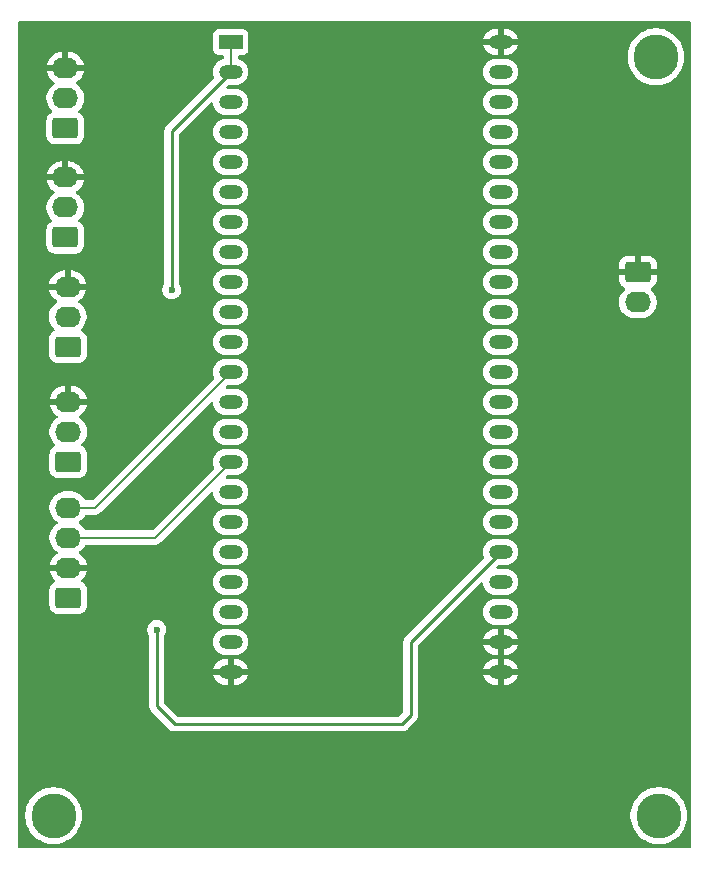
<source format=gbl>
G04 #@! TF.GenerationSoftware,KiCad,Pcbnew,9.0.0*
G04 #@! TF.CreationDate,2025-07-09T15:47:30-04:00*
G04 #@! TF.ProjectId,SMACAR MAIN BOARD,534d4143-4152-4204-9d41-494e20424f41,rev?*
G04 #@! TF.SameCoordinates,Original*
G04 #@! TF.FileFunction,Copper,L2,Bot*
G04 #@! TF.FilePolarity,Positive*
%FSLAX46Y46*%
G04 Gerber Fmt 4.6, Leading zero omitted, Abs format (unit mm)*
G04 Created by KiCad (PCBNEW 9.0.0) date 2025-07-09 15:47:30*
%MOMM*%
%LPD*%
G01*
G04 APERTURE LIST*
G04 Aperture macros list*
%AMRoundRect*
0 Rectangle with rounded corners*
0 $1 Rounding radius*
0 $2 $3 $4 $5 $6 $7 $8 $9 X,Y pos of 4 corners*
0 Add a 4 corners polygon primitive as box body*
4,1,4,$2,$3,$4,$5,$6,$7,$8,$9,$2,$3,0*
0 Add four circle primitives for the rounded corners*
1,1,$1+$1,$2,$3*
1,1,$1+$1,$4,$5*
1,1,$1+$1,$6,$7*
1,1,$1+$1,$8,$9*
0 Add four rect primitives between the rounded corners*
20,1,$1+$1,$2,$3,$4,$5,0*
20,1,$1+$1,$4,$5,$6,$7,0*
20,1,$1+$1,$6,$7,$8,$9,0*
20,1,$1+$1,$8,$9,$2,$3,0*%
G04 Aperture macros list end*
G04 #@! TA.AperFunction,ComponentPad*
%ADD10RoundRect,0.250000X0.845000X-0.620000X0.845000X0.620000X-0.845000X0.620000X-0.845000X-0.620000X0*%
G04 #@! TD*
G04 #@! TA.AperFunction,ComponentPad*
%ADD11O,2.190000X1.740000*%
G04 #@! TD*
G04 #@! TA.AperFunction,ComponentPad*
%ADD12C,3.800000*%
G04 #@! TD*
G04 #@! TA.AperFunction,ComponentPad*
%ADD13RoundRect,0.250000X-0.845000X0.620000X-0.845000X-0.620000X0.845000X-0.620000X0.845000X0.620000X0*%
G04 #@! TD*
G04 #@! TA.AperFunction,ComponentPad*
%ADD14R,2.000000X1.200000*%
G04 #@! TD*
G04 #@! TA.AperFunction,ComponentPad*
%ADD15O,2.000000X1.200000*%
G04 #@! TD*
G04 #@! TA.AperFunction,ViaPad*
%ADD16C,0.600000*%
G04 #@! TD*
G04 #@! TA.AperFunction,Conductor*
%ADD17C,0.200000*%
G04 #@! TD*
G04 #@! TA.AperFunction,Conductor*
%ADD18C,0.250000*%
G04 #@! TD*
G04 APERTURE END LIST*
D10*
G04 #@! TO.P,MOLEX5,1,1*
G04 #@! TO.N,5V*
X107250000Y-79790000D03*
D11*
G04 #@! TO.P,MOLEX5,2,2*
G04 #@! TO.N,GND*
X107250000Y-77250000D03*
G04 #@! TO.P,MOLEX5,3,3*
G04 #@! TO.N,SCL*
X107250000Y-74710000D03*
G04 #@! TO.P,MOLEX5,4,4*
G04 #@! TO.N,SDA*
X107250000Y-72170000D03*
G04 #@! TD*
D12*
G04 #@! TO.P,REF\u002A\u002A,1*
G04 #@! TO.N,N/C*
X157000000Y-34000000D03*
G04 #@! TD*
D13*
G04 #@! TO.P,J2,1,Pin_1*
G04 #@! TO.N,GND*
X155480000Y-52230000D03*
D11*
G04 #@! TO.P,J2,2,Pin_2*
G04 #@! TO.N,5V*
X155480000Y-54770000D03*
G04 #@! TD*
D12*
G04 #@! TO.P,REF\u002A\u002A,1*
G04 #@! TO.N,N/C*
X106000000Y-98250000D03*
G04 #@! TD*
D10*
G04 #@! TO.P,MOLEX2,1,1*
G04 #@! TO.N,PH SENSOR*
X107000000Y-49290000D03*
D11*
G04 #@! TO.P,MOLEX2,2,2*
G04 #@! TO.N,5V*
X107000000Y-46750000D03*
G04 #@! TO.P,MOLEX2,3,3*
G04 #@! TO.N,GND*
X107000000Y-44210000D03*
G04 #@! TD*
D10*
G04 #@! TO.P,MOLEX4,1,1*
G04 #@! TO.N,TEMP SENSOR*
X107250000Y-68290000D03*
D11*
G04 #@! TO.P,MOLEX4,2,2*
G04 #@! TO.N,5V*
X107250000Y-65750000D03*
G04 #@! TO.P,MOLEX4,3,3*
G04 #@! TO.N,GND*
X107250000Y-63210000D03*
G04 #@! TD*
D14*
G04 #@! TO.P,U2,1,3V3*
G04 #@! TO.N,Net-(D2-A1)*
X121003680Y-32742720D03*
D15*
G04 #@! TO.P,U2,2,3V3*
X121003680Y-35282720D03*
G04 #@! TO.P,U2,3,CHIP_PU*
G04 #@! TO.N,unconnected-(U2-CHIP_PU-Pad3)*
X121003680Y-37822720D03*
G04 #@! TO.P,U2,4,GPIO4/ADC1_CH3*
G04 #@! TO.N,ELECTRICAL CONDUCTIVITY*
X121003680Y-40362720D03*
G04 #@! TO.P,U2,5,GPIO5/ADC1_CH4*
G04 #@! TO.N,PH SENSOR*
X121003680Y-42902720D03*
G04 #@! TO.P,U2,6,GPIO6/ADC1_CH5*
G04 #@! TO.N,TDS SENSOR*
X121003680Y-45442720D03*
G04 #@! TO.P,U2,7,GPIO7/ADC1_CH6*
G04 #@! TO.N,unconnected-(U2-GPIO7{slash}ADC1_CH6-Pad7)*
X121003680Y-47982720D03*
G04 #@! TO.P,U2,8,GPIO15/ADC2_CH4/32K_P*
G04 #@! TO.N,unconnected-(U2-GPIO15{slash}ADC2_CH4{slash}32K_P-Pad8)*
X121003680Y-50522720D03*
G04 #@! TO.P,U2,9,GPIO16/ADC2_CH5/32K_N*
G04 #@! TO.N,unconnected-(U2-GPIO16{slash}ADC2_CH5{slash}32K_N-Pad9)*
X121003680Y-53062720D03*
G04 #@! TO.P,U2,10,GPIO17/ADC2_CH6*
G04 #@! TO.N,unconnected-(U2-GPIO17{slash}ADC2_CH6-Pad10)*
X121003680Y-55602720D03*
G04 #@! TO.P,U2,11,GPIO18/ADC2_CH7*
G04 #@! TO.N,unconnected-(U2-GPIO18{slash}ADC2_CH7-Pad11)*
X121003680Y-58142720D03*
G04 #@! TO.P,U2,12,GPIO8/ADC1_CH7*
G04 #@! TO.N,SDA*
X121003680Y-60682720D03*
G04 #@! TO.P,U2,13,GPIO3/ADC1_CH2*
G04 #@! TO.N,unconnected-(U2-GPIO3{slash}ADC1_CH2-Pad13)*
X121003680Y-63222720D03*
G04 #@! TO.P,U2,14,GPIO46*
G04 #@! TO.N,unconnected-(U2-GPIO46-Pad14)*
X121003680Y-65762720D03*
G04 #@! TO.P,U2,15,GPIO9/ADC1_CH8*
G04 #@! TO.N,SCL*
X121003680Y-68302720D03*
G04 #@! TO.P,U2,16,GPIO10/ADC1_CH9*
G04 #@! TO.N,unconnected-(U2-GPIO10{slash}ADC1_CH9-Pad16)*
X121003680Y-70842720D03*
G04 #@! TO.P,U2,17,GPIO11/ADC2_CH0*
G04 #@! TO.N,unconnected-(U2-GPIO11{slash}ADC2_CH0-Pad17)*
X121003680Y-73382720D03*
G04 #@! TO.P,U2,18,GPIO12/ADC2_CH1*
G04 #@! TO.N,unconnected-(U2-GPIO12{slash}ADC2_CH1-Pad18)*
X121003680Y-75922720D03*
G04 #@! TO.P,U2,19,GPIO13/ADC2_CH2*
G04 #@! TO.N,unconnected-(U2-GPIO13{slash}ADC2_CH2-Pad19)*
X121003680Y-78462720D03*
G04 #@! TO.P,U2,20,GPIO14/ADC2_CH3*
G04 #@! TO.N,unconnected-(U2-GPIO14{slash}ADC2_CH3-Pad20)*
X121000000Y-81000000D03*
G04 #@! TO.P,U2,21,5V*
G04 #@! TO.N,5V*
X121000000Y-83540000D03*
G04 #@! TO.P,U2,22,GND*
G04 #@! TO.N,GND*
X121000000Y-86080000D03*
G04 #@! TO.P,U2,23,GND*
X143863680Y-86082720D03*
G04 #@! TO.P,U2,24,GND*
X143863680Y-83542720D03*
G04 #@! TO.P,U2,25,GPIO19/USB_D-*
G04 #@! TO.N,unconnected-(U2-GPIO19{slash}USB_D--Pad25)*
X143863680Y-81002720D03*
G04 #@! TO.P,U2,26,GPIO20/USB_D+*
G04 #@! TO.N,unconnected-(U2-GPIO20{slash}USB_D+-Pad26)*
X143863680Y-78462720D03*
G04 #@! TO.P,U2,27,GPIO21*
G04 #@! TO.N,unconnected-(U2-GPIO21-Pad27)*
X143863680Y-75922720D03*
G04 #@! TO.P,U2,28,GPIO47*
G04 #@! TO.N,unconnected-(U2-GPIO47-Pad28)*
X143863680Y-73382720D03*
G04 #@! TO.P,U2,29,GPIO48*
G04 #@! TO.N,unconnected-(U2-GPIO48-Pad29)*
X143863680Y-70842720D03*
G04 #@! TO.P,U2,30,GPIO45*
G04 #@! TO.N,unconnected-(U2-GPIO45-Pad30)*
X143863680Y-68302720D03*
G04 #@! TO.P,U2,31,GPIO0*
G04 #@! TO.N,TEMP SENSOR*
X143863680Y-65762720D03*
G04 #@! TO.P,U2,32,GPIO35*
G04 #@! TO.N,unconnected-(U2-GPIO35-Pad32)*
X143863680Y-63222720D03*
G04 #@! TO.P,U2,33,GPIO36*
G04 #@! TO.N,unconnected-(U2-GPIO36-Pad33)*
X143863680Y-60682720D03*
G04 #@! TO.P,U2,34,GPIO37*
G04 #@! TO.N,unconnected-(U2-GPIO37-Pad34)*
X143863680Y-58142720D03*
G04 #@! TO.P,U2,35,GPIO38*
G04 #@! TO.N,unconnected-(U2-GPIO38-Pad35)*
X143863680Y-55602720D03*
G04 #@! TO.P,U2,36,GPIO39/MTCK*
G04 #@! TO.N,unconnected-(U2-GPIO39{slash}MTCK-Pad36)*
X143863680Y-53062720D03*
G04 #@! TO.P,U2,37,GPIO40/MTDO*
G04 #@! TO.N,unconnected-(U2-GPIO40{slash}MTDO-Pad37)*
X143863680Y-50522720D03*
G04 #@! TO.P,U2,38,GPIO41/MTDI*
G04 #@! TO.N,unconnected-(U2-GPIO41{slash}MTDI-Pad38)*
X143863680Y-47982720D03*
G04 #@! TO.P,U2,39,GPIO42/MTMS*
G04 #@! TO.N,unconnected-(U2-GPIO42{slash}MTMS-Pad39)*
X143863680Y-45442720D03*
G04 #@! TO.P,U2,40,GPIO2/ADC1_CH1*
G04 #@! TO.N,unconnected-(U2-GPIO2{slash}ADC1_CH1-Pad40)*
X143863680Y-42902720D03*
G04 #@! TO.P,U2,41,GPIO1/ADC1_CH0*
G04 #@! TO.N,unconnected-(U2-GPIO1{slash}ADC1_CH0-Pad41)*
X143863680Y-40362720D03*
G04 #@! TO.P,U2,42,GPIO44/U0RXD*
G04 #@! TO.N,unconnected-(U2-GPIO44{slash}U0RXD-Pad42)*
X143863680Y-37822720D03*
G04 #@! TO.P,U2,43,GPIO43/U0TXD*
G04 #@! TO.N,unconnected-(U2-GPIO43{slash}U0TXD-Pad43)*
X143863680Y-35282720D03*
G04 #@! TO.P,U2,44,GND*
G04 #@! TO.N,GND*
X143863680Y-32742720D03*
G04 #@! TD*
D12*
G04 #@! TO.P,REF\u002A\u002A,1*
G04 #@! TO.N,N/C*
X157250000Y-98250000D03*
G04 #@! TD*
D10*
G04 #@! TO.P,MOLEX1,1,1*
G04 #@! TO.N,ELECTRICAL CONDUCTIVITY*
X107000000Y-40040000D03*
D11*
G04 #@! TO.P,MOLEX1,2,2*
G04 #@! TO.N,5V*
X107000000Y-37500000D03*
G04 #@! TO.P,MOLEX1,3,3*
G04 #@! TO.N,GND*
X107000000Y-34960000D03*
G04 #@! TD*
D10*
G04 #@! TO.P,MOLEX3,1,1*
G04 #@! TO.N,TDS SENSOR*
X107210000Y-58540000D03*
D11*
G04 #@! TO.P,MOLEX3,2,2*
G04 #@! TO.N,5V*
X107210000Y-56000000D03*
G04 #@! TO.P,MOLEX3,3,3*
G04 #@! TO.N,GND*
X107210000Y-53460000D03*
G04 #@! TD*
D16*
G04 #@! TO.N,TEMP SENSOR*
X114750000Y-82500000D03*
G04 #@! TO.N,Net-(D2-A1)*
X116000000Y-53750000D03*
G04 #@! TD*
D17*
G04 #@! TO.N,GND*
X106250000Y-77250000D02*
X107250000Y-77250000D01*
D18*
G04 #@! TO.N,TEMP SENSOR*
X114750000Y-89000000D02*
X116250000Y-90500000D01*
X136250000Y-89750000D02*
X136250000Y-83536400D01*
X116250000Y-90500000D02*
X135500000Y-90500000D01*
X114750000Y-82500000D02*
X114750000Y-89000000D01*
X136250000Y-83536400D02*
X143863680Y-75922720D01*
X135500000Y-90500000D02*
X136250000Y-89750000D01*
D17*
G04 #@! TO.N,SDA*
X109516400Y-72170000D02*
X121003680Y-60682720D01*
X107250000Y-72170000D02*
X109516400Y-72170000D01*
G04 #@! TO.N,SCL*
X114596400Y-74710000D02*
X121003680Y-68302720D01*
X107250000Y-74710000D02*
X114596400Y-74710000D01*
D18*
G04 #@! TO.N,Net-(D2-A1)*
X116000000Y-40286400D02*
X116000000Y-41250000D01*
X121003680Y-35282720D02*
X116000000Y-40286400D01*
X116000000Y-41250000D02*
X116000000Y-53750000D01*
D17*
X121003680Y-32742720D02*
X121003680Y-35282720D01*
G04 #@! TD*
G04 #@! TA.AperFunction,Conductor*
G04 #@! TO.N,GND*
G36*
X159942539Y-31020185D02*
G01*
X159988294Y-31072989D01*
X159999500Y-31124500D01*
X159999500Y-100875500D01*
X159979815Y-100942539D01*
X159927011Y-100988294D01*
X159875500Y-100999500D01*
X103124500Y-100999500D01*
X103057461Y-100979815D01*
X103011706Y-100927011D01*
X103000500Y-100875500D01*
X103000500Y-98115186D01*
X103599500Y-98115186D01*
X103599500Y-98384813D01*
X103629686Y-98652719D01*
X103629688Y-98652731D01*
X103689684Y-98915594D01*
X103689687Y-98915602D01*
X103778734Y-99170082D01*
X103895714Y-99412994D01*
X103895716Y-99412997D01*
X104039162Y-99641289D01*
X104207266Y-99852085D01*
X104397915Y-100042734D01*
X104608711Y-100210838D01*
X104837003Y-100354284D01*
X105079921Y-100471267D01*
X105271049Y-100538145D01*
X105334397Y-100560312D01*
X105334405Y-100560315D01*
X105334408Y-100560315D01*
X105334409Y-100560316D01*
X105597268Y-100620312D01*
X105865187Y-100650499D01*
X105865188Y-100650500D01*
X105865191Y-100650500D01*
X106134812Y-100650500D01*
X106134812Y-100650499D01*
X106402732Y-100620312D01*
X106665591Y-100560316D01*
X106920079Y-100471267D01*
X107162997Y-100354284D01*
X107391289Y-100210838D01*
X107602085Y-100042734D01*
X107792734Y-99852085D01*
X107960838Y-99641289D01*
X108104284Y-99412997D01*
X108221267Y-99170079D01*
X108310316Y-98915591D01*
X108370312Y-98652732D01*
X108400500Y-98384809D01*
X108400500Y-98115191D01*
X108400499Y-98115186D01*
X154849500Y-98115186D01*
X154849500Y-98384813D01*
X154879686Y-98652719D01*
X154879688Y-98652731D01*
X154939684Y-98915594D01*
X154939687Y-98915602D01*
X155028734Y-99170082D01*
X155145714Y-99412994D01*
X155145716Y-99412997D01*
X155289162Y-99641289D01*
X155457266Y-99852085D01*
X155647915Y-100042734D01*
X155858711Y-100210838D01*
X156087003Y-100354284D01*
X156329921Y-100471267D01*
X156521049Y-100538145D01*
X156584397Y-100560312D01*
X156584405Y-100560315D01*
X156584408Y-100560315D01*
X156584409Y-100560316D01*
X156847268Y-100620312D01*
X157115187Y-100650499D01*
X157115188Y-100650500D01*
X157115191Y-100650500D01*
X157384812Y-100650500D01*
X157384812Y-100650499D01*
X157652732Y-100620312D01*
X157915591Y-100560316D01*
X158170079Y-100471267D01*
X158412997Y-100354284D01*
X158641289Y-100210838D01*
X158852085Y-100042734D01*
X159042734Y-99852085D01*
X159210838Y-99641289D01*
X159354284Y-99412997D01*
X159471267Y-99170079D01*
X159560316Y-98915591D01*
X159620312Y-98652732D01*
X159650500Y-98384809D01*
X159650500Y-98115191D01*
X159620312Y-97847268D01*
X159560316Y-97584409D01*
X159471267Y-97329921D01*
X159354284Y-97087003D01*
X159210838Y-96858711D01*
X159042734Y-96647915D01*
X158852085Y-96457266D01*
X158641289Y-96289162D01*
X158412997Y-96145716D01*
X158412994Y-96145714D01*
X158170082Y-96028734D01*
X157915602Y-95939687D01*
X157915594Y-95939684D01*
X157718446Y-95894687D01*
X157652732Y-95879688D01*
X157652728Y-95879687D01*
X157652719Y-95879686D01*
X157384813Y-95849500D01*
X157384809Y-95849500D01*
X157115191Y-95849500D01*
X157115186Y-95849500D01*
X156847280Y-95879686D01*
X156847268Y-95879688D01*
X156584405Y-95939684D01*
X156584397Y-95939687D01*
X156329917Y-96028734D01*
X156087005Y-96145714D01*
X155858712Y-96289161D01*
X155647915Y-96457265D01*
X155457265Y-96647915D01*
X155289161Y-96858712D01*
X155145714Y-97087005D01*
X155028734Y-97329917D01*
X154939687Y-97584397D01*
X154939684Y-97584405D01*
X154879688Y-97847268D01*
X154879686Y-97847280D01*
X154849500Y-98115186D01*
X108400499Y-98115186D01*
X108370312Y-97847268D01*
X108310316Y-97584409D01*
X108221267Y-97329921D01*
X108104284Y-97087003D01*
X107960838Y-96858711D01*
X107792734Y-96647915D01*
X107602085Y-96457266D01*
X107391289Y-96289162D01*
X107162997Y-96145716D01*
X107162994Y-96145714D01*
X106920082Y-96028734D01*
X106665602Y-95939687D01*
X106665594Y-95939684D01*
X106468446Y-95894687D01*
X106402732Y-95879688D01*
X106402728Y-95879687D01*
X106402719Y-95879686D01*
X106134813Y-95849500D01*
X106134809Y-95849500D01*
X105865191Y-95849500D01*
X105865186Y-95849500D01*
X105597280Y-95879686D01*
X105597268Y-95879688D01*
X105334405Y-95939684D01*
X105334397Y-95939687D01*
X105079917Y-96028734D01*
X104837005Y-96145714D01*
X104608712Y-96289161D01*
X104397915Y-96457265D01*
X104207265Y-96647915D01*
X104039161Y-96858712D01*
X103895714Y-97087005D01*
X103778734Y-97329917D01*
X103689687Y-97584397D01*
X103689684Y-97584405D01*
X103629688Y-97847268D01*
X103629686Y-97847280D01*
X103599500Y-98115186D01*
X103000500Y-98115186D01*
X103000500Y-82421153D01*
X113949500Y-82421153D01*
X113949500Y-82578846D01*
X113980261Y-82733489D01*
X113980264Y-82733501D01*
X114040602Y-82879172D01*
X114040609Y-82879184D01*
X114103602Y-82973459D01*
X114124480Y-83040136D01*
X114124500Y-83042350D01*
X114124500Y-89061611D01*
X114148535Y-89182444D01*
X114148540Y-89182461D01*
X114195685Y-89296280D01*
X114195687Y-89296283D01*
X114195688Y-89296286D01*
X114229915Y-89347509D01*
X114264142Y-89398733D01*
X114351267Y-89485858D01*
X114351269Y-89485859D01*
X115764141Y-90898732D01*
X115764142Y-90898733D01*
X115851266Y-90985857D01*
X115851268Y-90985859D01*
X115953707Y-91054307D01*
X115953711Y-91054309D01*
X115953714Y-91054311D01*
X116067548Y-91101463D01*
X116127971Y-91113481D01*
X116188393Y-91125500D01*
X135561607Y-91125500D01*
X135622029Y-91113481D01*
X135682452Y-91101463D01*
X135715792Y-91087652D01*
X135796286Y-91054312D01*
X135847509Y-91020084D01*
X135898733Y-90985858D01*
X135985858Y-90898733D01*
X135985859Y-90898731D01*
X135992925Y-90891665D01*
X135992928Y-90891661D01*
X136648729Y-90235860D01*
X136648733Y-90235858D01*
X136735858Y-90148733D01*
X136804311Y-90046286D01*
X136851463Y-89932452D01*
X136875500Y-89811606D01*
X136875500Y-85832719D01*
X142389564Y-85832719D01*
X142389565Y-85832720D01*
X143547994Y-85832720D01*
X143543600Y-85837114D01*
X143490939Y-85928326D01*
X143463680Y-86030059D01*
X143463680Y-86135381D01*
X143490939Y-86237114D01*
X143543600Y-86328326D01*
X143547994Y-86332720D01*
X142389565Y-86332720D01*
X142390765Y-86340304D01*
X142444271Y-86504975D01*
X142522875Y-86659244D01*
X142624647Y-86799322D01*
X142747077Y-86921752D01*
X142887155Y-87023524D01*
X143041422Y-87102128D01*
X143206095Y-87155634D01*
X143377109Y-87182720D01*
X143613680Y-87182720D01*
X143613680Y-86398406D01*
X143618074Y-86402800D01*
X143709286Y-86455461D01*
X143811019Y-86482720D01*
X143916341Y-86482720D01*
X144018074Y-86455461D01*
X144109286Y-86402800D01*
X144113680Y-86398406D01*
X144113680Y-87182720D01*
X144350251Y-87182720D01*
X144521264Y-87155634D01*
X144685937Y-87102128D01*
X144840204Y-87023524D01*
X144980282Y-86921752D01*
X145102712Y-86799322D01*
X145204484Y-86659244D01*
X145283088Y-86504975D01*
X145336594Y-86340304D01*
X145337795Y-86332720D01*
X144179366Y-86332720D01*
X144183760Y-86328326D01*
X144236421Y-86237114D01*
X144263680Y-86135381D01*
X144263680Y-86030059D01*
X144236421Y-85928326D01*
X144183760Y-85837114D01*
X144179366Y-85832720D01*
X145337795Y-85832720D01*
X145337795Y-85832719D01*
X145336594Y-85825135D01*
X145283088Y-85660464D01*
X145204484Y-85506195D01*
X145102712Y-85366117D01*
X144980282Y-85243687D01*
X144840204Y-85141915D01*
X144685937Y-85063311D01*
X144521264Y-85009805D01*
X144350251Y-84982720D01*
X144113680Y-84982720D01*
X144113680Y-85767034D01*
X144109286Y-85762640D01*
X144018074Y-85709979D01*
X143916341Y-85682720D01*
X143811019Y-85682720D01*
X143709286Y-85709979D01*
X143618074Y-85762640D01*
X143613680Y-85767034D01*
X143613680Y-84982720D01*
X143377109Y-84982720D01*
X143206095Y-85009805D01*
X143041422Y-85063311D01*
X142887155Y-85141915D01*
X142747077Y-85243687D01*
X142624647Y-85366117D01*
X142522875Y-85506195D01*
X142444271Y-85660464D01*
X142390765Y-85825135D01*
X142389564Y-85832719D01*
X136875500Y-85832719D01*
X136875500Y-83846852D01*
X136884144Y-83817411D01*
X136890668Y-83787425D01*
X136894422Y-83782409D01*
X136895185Y-83779813D01*
X136911819Y-83759171D01*
X137378271Y-83292719D01*
X142389564Y-83292719D01*
X142389565Y-83292720D01*
X143547994Y-83292720D01*
X143543600Y-83297114D01*
X143490939Y-83388326D01*
X143463680Y-83490059D01*
X143463680Y-83595381D01*
X143490939Y-83697114D01*
X143543600Y-83788326D01*
X143547994Y-83792720D01*
X142389565Y-83792720D01*
X142390765Y-83800304D01*
X142444271Y-83964975D01*
X142522875Y-84119244D01*
X142624647Y-84259322D01*
X142747077Y-84381752D01*
X142887155Y-84483524D01*
X143041422Y-84562128D01*
X143206095Y-84615634D01*
X143377109Y-84642720D01*
X143613680Y-84642720D01*
X143613680Y-83858406D01*
X143618074Y-83862800D01*
X143709286Y-83915461D01*
X143811019Y-83942720D01*
X143916341Y-83942720D01*
X144018074Y-83915461D01*
X144109286Y-83862800D01*
X144113680Y-83858406D01*
X144113680Y-84642720D01*
X144350251Y-84642720D01*
X144521264Y-84615634D01*
X144685937Y-84562128D01*
X144840204Y-84483524D01*
X144980282Y-84381752D01*
X145102712Y-84259322D01*
X145204484Y-84119244D01*
X145283088Y-83964975D01*
X145336594Y-83800304D01*
X145337795Y-83792720D01*
X144179366Y-83792720D01*
X144183760Y-83788326D01*
X144236421Y-83697114D01*
X144263680Y-83595381D01*
X144263680Y-83490059D01*
X144236421Y-83388326D01*
X144183760Y-83297114D01*
X144179366Y-83292720D01*
X145337795Y-83292720D01*
X145337795Y-83292719D01*
X145336594Y-83285135D01*
X145283088Y-83120464D01*
X145204484Y-82966195D01*
X145102712Y-82826117D01*
X144980282Y-82703687D01*
X144840204Y-82601915D01*
X144685937Y-82523311D01*
X144521264Y-82469805D01*
X144350251Y-82442720D01*
X144113680Y-82442720D01*
X144113680Y-83227034D01*
X144109286Y-83222640D01*
X144018074Y-83169979D01*
X143916341Y-83142720D01*
X143811019Y-83142720D01*
X143709286Y-83169979D01*
X143618074Y-83222640D01*
X143613680Y-83227034D01*
X143613680Y-82442720D01*
X143377109Y-82442720D01*
X143206095Y-82469805D01*
X143041422Y-82523311D01*
X142887155Y-82601915D01*
X142747077Y-82703687D01*
X142624647Y-82826117D01*
X142522875Y-82966195D01*
X142444271Y-83120464D01*
X142390765Y-83285135D01*
X142389564Y-83292719D01*
X137378271Y-83292719D01*
X137428886Y-83242104D01*
X138597588Y-82073402D01*
X139754881Y-80916109D01*
X142363180Y-80916109D01*
X142363180Y-81089331D01*
X142371357Y-81140959D01*
X142389846Y-81257697D01*
X142390278Y-81260421D01*
X142443807Y-81425165D01*
X142522448Y-81579508D01*
X142624266Y-81719648D01*
X142746752Y-81842134D01*
X142886892Y-81943952D01*
X143041235Y-82022593D01*
X143205979Y-82076122D01*
X143377069Y-82103220D01*
X143377070Y-82103220D01*
X144350290Y-82103220D01*
X144350291Y-82103220D01*
X144521381Y-82076122D01*
X144686125Y-82022593D01*
X144840468Y-81943952D01*
X144980608Y-81842134D01*
X145103094Y-81719648D01*
X145204912Y-81579508D01*
X145283553Y-81425165D01*
X145337082Y-81260421D01*
X145364180Y-81089331D01*
X145364180Y-80916109D01*
X145337082Y-80745019D01*
X145283553Y-80580275D01*
X145204912Y-80425932D01*
X145103094Y-80285792D01*
X144980608Y-80163306D01*
X144840468Y-80061488D01*
X144686125Y-79982847D01*
X144521381Y-79929318D01*
X144521379Y-79929317D01*
X144521378Y-79929317D01*
X144389951Y-79908501D01*
X144350291Y-79902220D01*
X143377069Y-79902220D01*
X143337408Y-79908501D01*
X143205982Y-79929317D01*
X143041232Y-79982848D01*
X142886891Y-80061488D01*
X142806936Y-80119579D01*
X142746752Y-80163306D01*
X142746750Y-80163308D01*
X142746749Y-80163308D01*
X142624268Y-80285789D01*
X142624268Y-80285790D01*
X142624266Y-80285792D01*
X142580539Y-80345976D01*
X142522448Y-80425931D01*
X142443808Y-80580272D01*
X142390277Y-80745022D01*
X142369112Y-80878655D01*
X142363180Y-80916109D01*
X139754881Y-80916109D01*
X142158075Y-78512914D01*
X142219396Y-78479431D01*
X142289088Y-78484415D01*
X142345021Y-78526287D01*
X142368227Y-78581199D01*
X142390278Y-78720421D01*
X142443807Y-78885165D01*
X142522448Y-79039508D01*
X142624266Y-79179648D01*
X142746752Y-79302134D01*
X142886892Y-79403952D01*
X143041235Y-79482593D01*
X143205979Y-79536122D01*
X143377069Y-79563220D01*
X143377070Y-79563220D01*
X144350290Y-79563220D01*
X144350291Y-79563220D01*
X144521381Y-79536122D01*
X144686125Y-79482593D01*
X144840468Y-79403952D01*
X144980608Y-79302134D01*
X145103094Y-79179648D01*
X145204912Y-79039508D01*
X145283553Y-78885165D01*
X145337082Y-78720421D01*
X145364180Y-78549331D01*
X145364180Y-78376109D01*
X145337082Y-78205019D01*
X145283553Y-78040275D01*
X145204912Y-77885932D01*
X145103094Y-77745792D01*
X144980608Y-77623306D01*
X144840468Y-77521488D01*
X144686125Y-77442847D01*
X144521381Y-77389318D01*
X144521379Y-77389317D01*
X144521378Y-77389317D01*
X144389951Y-77368501D01*
X144350291Y-77362220D01*
X143608133Y-77362220D01*
X143586887Y-77355981D01*
X143564799Y-77354402D01*
X143554015Y-77346329D01*
X143541094Y-77342535D01*
X143526594Y-77325801D01*
X143508866Y-77312530D01*
X143504158Y-77299909D01*
X143495339Y-77289731D01*
X143492187Y-77267813D01*
X143484449Y-77247066D01*
X143487311Y-77233905D01*
X143485395Y-77220573D01*
X143494594Y-77200429D01*
X143499301Y-77178793D01*
X143512569Y-77161067D01*
X143514420Y-77157017D01*
X143520452Y-77150539D01*
X143611452Y-77059539D01*
X143672775Y-77026054D01*
X143699133Y-77023220D01*
X144350290Y-77023220D01*
X144350291Y-77023220D01*
X144521381Y-76996122D01*
X144686125Y-76942593D01*
X144840468Y-76863952D01*
X144980608Y-76762134D01*
X145103094Y-76639648D01*
X145204912Y-76499508D01*
X145283553Y-76345165D01*
X145337082Y-76180421D01*
X145364180Y-76009331D01*
X145364180Y-75836109D01*
X145337082Y-75665019D01*
X145283553Y-75500275D01*
X145204912Y-75345932D01*
X145103094Y-75205792D01*
X144980608Y-75083306D01*
X144840468Y-74981488D01*
X144686125Y-74902847D01*
X144521381Y-74849318D01*
X144521379Y-74849317D01*
X144521378Y-74849317D01*
X144389951Y-74828501D01*
X144350291Y-74822220D01*
X143377069Y-74822220D01*
X143337408Y-74828501D01*
X143205982Y-74849317D01*
X143041232Y-74902848D01*
X142886891Y-74981488D01*
X142818852Y-75030922D01*
X142746752Y-75083306D01*
X142746750Y-75083308D01*
X142746749Y-75083308D01*
X142624268Y-75205789D01*
X142624268Y-75205790D01*
X142624266Y-75205792D01*
X142602254Y-75236089D01*
X142522448Y-75345931D01*
X142443808Y-75500272D01*
X142390277Y-75665022D01*
X142363180Y-75836109D01*
X142363180Y-76009330D01*
X142390277Y-76180418D01*
X142443805Y-76345161D01*
X142445146Y-76348398D01*
X142445289Y-76349728D01*
X142445312Y-76349799D01*
X142445297Y-76349803D01*
X142452619Y-76417867D01*
X142421348Y-76480348D01*
X142418269Y-76483539D01*
X135851269Y-83050540D01*
X135764144Y-83137664D01*
X135764138Y-83137672D01*
X135695690Y-83240108D01*
X135695688Y-83240113D01*
X135648540Y-83353938D01*
X135648537Y-83353946D01*
X135628759Y-83453386D01*
X135628758Y-83453391D01*
X135624500Y-83474794D01*
X135624500Y-89439548D01*
X135604815Y-89506587D01*
X135588181Y-89527229D01*
X135277229Y-89838181D01*
X135215906Y-89871666D01*
X135189548Y-89874500D01*
X116560453Y-89874500D01*
X116493414Y-89854815D01*
X116472772Y-89838181D01*
X115411819Y-88777228D01*
X115378334Y-88715905D01*
X115375500Y-88689547D01*
X115375500Y-85829999D01*
X119525884Y-85829999D01*
X119525885Y-85830000D01*
X120684314Y-85830000D01*
X120679920Y-85834394D01*
X120627259Y-85925606D01*
X120600000Y-86027339D01*
X120600000Y-86132661D01*
X120627259Y-86234394D01*
X120679920Y-86325606D01*
X120684314Y-86330000D01*
X119525885Y-86330000D01*
X119527085Y-86337584D01*
X119580591Y-86502255D01*
X119659195Y-86656524D01*
X119760967Y-86796602D01*
X119883397Y-86919032D01*
X120023475Y-87020804D01*
X120177742Y-87099408D01*
X120342415Y-87152914D01*
X120513429Y-87180000D01*
X120750000Y-87180000D01*
X120750000Y-86395686D01*
X120754394Y-86400080D01*
X120845606Y-86452741D01*
X120947339Y-86480000D01*
X121052661Y-86480000D01*
X121154394Y-86452741D01*
X121245606Y-86400080D01*
X121250000Y-86395686D01*
X121250000Y-87180000D01*
X121486571Y-87180000D01*
X121657584Y-87152914D01*
X121822257Y-87099408D01*
X121976524Y-87020804D01*
X122116602Y-86919032D01*
X122239032Y-86796602D01*
X122340804Y-86656524D01*
X122419408Y-86502255D01*
X122472914Y-86337584D01*
X122474115Y-86330000D01*
X121315686Y-86330000D01*
X121320080Y-86325606D01*
X121372741Y-86234394D01*
X121400000Y-86132661D01*
X121400000Y-86027339D01*
X121372741Y-85925606D01*
X121320080Y-85834394D01*
X121315686Y-85830000D01*
X122474115Y-85830000D01*
X122474115Y-85829999D01*
X122472914Y-85822415D01*
X122419408Y-85657744D01*
X122340804Y-85503475D01*
X122239032Y-85363397D01*
X122116602Y-85240967D01*
X121976524Y-85139195D01*
X121822257Y-85060591D01*
X121657584Y-85007085D01*
X121486571Y-84980000D01*
X121250000Y-84980000D01*
X121250000Y-85764314D01*
X121245606Y-85759920D01*
X121154394Y-85707259D01*
X121052661Y-85680000D01*
X120947339Y-85680000D01*
X120845606Y-85707259D01*
X120754394Y-85759920D01*
X120750000Y-85764314D01*
X120750000Y-84980000D01*
X120513429Y-84980000D01*
X120342415Y-85007085D01*
X120177742Y-85060591D01*
X120023475Y-85139195D01*
X119883397Y-85240967D01*
X119760967Y-85363397D01*
X119659195Y-85503475D01*
X119580591Y-85657744D01*
X119527085Y-85822415D01*
X119525884Y-85829999D01*
X115375500Y-85829999D01*
X115375500Y-83453389D01*
X119499500Y-83453389D01*
X119499500Y-83626610D01*
X119526247Y-83795490D01*
X119526598Y-83797701D01*
X119580127Y-83962445D01*
X119658768Y-84116788D01*
X119760586Y-84256928D01*
X119883072Y-84379414D01*
X120023212Y-84481232D01*
X120177555Y-84559873D01*
X120342299Y-84613402D01*
X120513389Y-84640500D01*
X120513390Y-84640500D01*
X121486610Y-84640500D01*
X121486611Y-84640500D01*
X121657701Y-84613402D01*
X121822445Y-84559873D01*
X121976788Y-84481232D01*
X122116928Y-84379414D01*
X122239414Y-84256928D01*
X122341232Y-84116788D01*
X122419873Y-83962445D01*
X122473402Y-83797701D01*
X122500500Y-83626611D01*
X122500500Y-83453389D01*
X122473402Y-83282299D01*
X122419873Y-83117555D01*
X122341232Y-82963212D01*
X122239414Y-82823072D01*
X122116928Y-82700586D01*
X121976788Y-82598768D01*
X121822445Y-82520127D01*
X121657701Y-82466598D01*
X121657699Y-82466597D01*
X121657698Y-82466597D01*
X121506941Y-82442720D01*
X121486611Y-82439500D01*
X120513389Y-82439500D01*
X120493059Y-82442720D01*
X120342302Y-82466597D01*
X120177552Y-82520128D01*
X120023211Y-82598768D01*
X119943256Y-82656859D01*
X119883072Y-82700586D01*
X119883070Y-82700588D01*
X119883069Y-82700588D01*
X119760588Y-82823069D01*
X119760588Y-82823070D01*
X119760586Y-82823072D01*
X119758374Y-82826117D01*
X119658768Y-82963211D01*
X119580128Y-83117552D01*
X119526597Y-83282302D01*
X119499500Y-83453389D01*
X115375500Y-83453389D01*
X115375500Y-83042350D01*
X115395185Y-82975311D01*
X115396398Y-82973459D01*
X115403245Y-82963212D01*
X115459394Y-82879179D01*
X115519737Y-82733497D01*
X115550500Y-82578842D01*
X115550500Y-82421158D01*
X115550500Y-82421155D01*
X115550499Y-82421153D01*
X115519738Y-82266510D01*
X115519737Y-82266503D01*
X115519735Y-82266498D01*
X115459397Y-82120827D01*
X115459390Y-82120814D01*
X115371789Y-81989711D01*
X115371786Y-81989707D01*
X115260292Y-81878213D01*
X115260288Y-81878210D01*
X115129185Y-81790609D01*
X115129172Y-81790602D01*
X114983501Y-81730264D01*
X114983489Y-81730261D01*
X114828845Y-81699500D01*
X114828842Y-81699500D01*
X114671158Y-81699500D01*
X114671155Y-81699500D01*
X114516510Y-81730261D01*
X114516498Y-81730264D01*
X114370827Y-81790602D01*
X114370814Y-81790609D01*
X114239711Y-81878210D01*
X114239707Y-81878213D01*
X114128213Y-81989707D01*
X114128210Y-81989711D01*
X114040609Y-82120814D01*
X114040602Y-82120827D01*
X113980264Y-82266498D01*
X113980261Y-82266510D01*
X113949500Y-82421153D01*
X103000500Y-82421153D01*
X103000500Y-72062133D01*
X105654500Y-72062133D01*
X105654500Y-72277866D01*
X105688245Y-72490922D01*
X105688246Y-72490926D01*
X105754908Y-72696089D01*
X105852843Y-72888299D01*
X105979641Y-73062821D01*
X106132179Y-73215359D01*
X106243322Y-73296109D01*
X106303294Y-73339682D01*
X106345959Y-73395012D01*
X106351938Y-73464626D01*
X106319332Y-73526421D01*
X106303294Y-73540318D01*
X106132179Y-73664641D01*
X106132177Y-73664643D01*
X106132176Y-73664643D01*
X105979643Y-73817176D01*
X105979643Y-73817177D01*
X105979641Y-73817179D01*
X105925186Y-73892129D01*
X105852843Y-73991700D01*
X105754909Y-74183908D01*
X105688245Y-74389077D01*
X105654500Y-74602133D01*
X105654500Y-74817866D01*
X105688245Y-75030922D01*
X105688246Y-75030926D01*
X105754908Y-75236089D01*
X105852843Y-75428299D01*
X105979641Y-75602821D01*
X106132179Y-75755359D01*
X106243322Y-75836109D01*
X106303720Y-75879991D01*
X106346385Y-75935321D01*
X106352364Y-76004935D01*
X106319758Y-76066730D01*
X106303720Y-76080627D01*
X106132503Y-76205024D01*
X105980025Y-76357502D01*
X105980025Y-76357503D01*
X105853271Y-76531963D01*
X105755372Y-76724098D01*
X105688733Y-76929190D01*
X105677519Y-77000000D01*
X106707291Y-77000000D01*
X106695548Y-77020339D01*
X106655000Y-77171667D01*
X106655000Y-77328333D01*
X106695548Y-77479661D01*
X106707291Y-77500000D01*
X105677519Y-77500000D01*
X105688733Y-77570809D01*
X105755372Y-77775901D01*
X105853271Y-77968036D01*
X105980025Y-78142496D01*
X105980025Y-78142497D01*
X106122107Y-78284579D01*
X106155592Y-78345902D01*
X106150608Y-78415594D01*
X106108736Y-78471527D01*
X106086840Y-78484638D01*
X106085672Y-78485182D01*
X105936342Y-78577289D01*
X105812289Y-78701342D01*
X105720187Y-78850663D01*
X105720186Y-78850666D01*
X105665001Y-79017203D01*
X105665001Y-79017204D01*
X105665000Y-79017204D01*
X105654500Y-79119983D01*
X105654500Y-80460001D01*
X105654501Y-80460018D01*
X105665000Y-80562796D01*
X105665001Y-80562799D01*
X105720185Y-80729331D01*
X105720187Y-80729336D01*
X105729862Y-80745022D01*
X105812288Y-80878656D01*
X105936344Y-81002712D01*
X106085666Y-81094814D01*
X106252203Y-81149999D01*
X106354991Y-81160500D01*
X108145008Y-81160499D01*
X108247797Y-81149999D01*
X108414334Y-81094814D01*
X108563656Y-81002712D01*
X108652979Y-80913389D01*
X119499500Y-80913389D01*
X119499500Y-81086610D01*
X119511202Y-81160498D01*
X119526598Y-81257701D01*
X119580127Y-81422445D01*
X119658768Y-81576788D01*
X119760586Y-81716928D01*
X119883072Y-81839414D01*
X120023212Y-81941232D01*
X120177555Y-82019873D01*
X120342299Y-82073402D01*
X120513389Y-82100500D01*
X120513390Y-82100500D01*
X121486610Y-82100500D01*
X121486611Y-82100500D01*
X121657701Y-82073402D01*
X121822445Y-82019873D01*
X121976788Y-81941232D01*
X122116928Y-81839414D01*
X122239414Y-81716928D01*
X122341232Y-81576788D01*
X122419873Y-81422445D01*
X122473402Y-81257701D01*
X122500500Y-81086611D01*
X122500500Y-80913389D01*
X122473402Y-80742299D01*
X122419873Y-80577555D01*
X122341232Y-80423212D01*
X122239414Y-80283072D01*
X122116928Y-80160586D01*
X121976788Y-80058768D01*
X121822445Y-79980127D01*
X121657701Y-79926598D01*
X121657699Y-79926597D01*
X121657698Y-79926597D01*
X121503784Y-79902220D01*
X121486611Y-79899500D01*
X120513389Y-79899500D01*
X120496216Y-79902220D01*
X120342302Y-79926597D01*
X120177552Y-79980128D01*
X120023211Y-80058768D01*
X119943256Y-80116859D01*
X119883072Y-80160586D01*
X119883070Y-80160588D01*
X119883069Y-80160588D01*
X119760588Y-80283069D01*
X119760588Y-80283070D01*
X119760586Y-80283072D01*
X119758610Y-80285792D01*
X119658768Y-80423211D01*
X119580128Y-80577552D01*
X119526597Y-80742302D01*
X119499500Y-80913389D01*
X108652979Y-80913389D01*
X108687712Y-80878656D01*
X108779814Y-80729334D01*
X108834999Y-80562797D01*
X108845500Y-80460009D01*
X108845499Y-79119992D01*
X108837277Y-79039508D01*
X108834999Y-79017203D01*
X108834998Y-79017200D01*
X108779814Y-78850666D01*
X108687712Y-78701344D01*
X108563656Y-78577288D01*
X108414334Y-78485186D01*
X108414332Y-78485185D01*
X108414325Y-78485181D01*
X108413165Y-78484640D01*
X108412503Y-78484057D01*
X108408187Y-78481395D01*
X108408642Y-78480657D01*
X108404488Y-78477000D01*
X108399557Y-78475552D01*
X108389469Y-78463910D01*
X108366306Y-78446570D01*
X108364533Y-78441817D01*
X108360727Y-78438466D01*
X108357445Y-78426953D01*
X108353802Y-78422748D01*
X108351531Y-78406959D01*
X108341889Y-78381106D01*
X108342967Y-78376149D01*
X108342956Y-78376109D01*
X119503180Y-78376109D01*
X119503180Y-78549331D01*
X119530278Y-78720421D01*
X119583807Y-78885165D01*
X119662448Y-79039508D01*
X119764266Y-79179648D01*
X119886752Y-79302134D01*
X120026892Y-79403952D01*
X120181235Y-79482593D01*
X120345979Y-79536122D01*
X120517069Y-79563220D01*
X120517070Y-79563220D01*
X121490290Y-79563220D01*
X121490291Y-79563220D01*
X121661381Y-79536122D01*
X121826125Y-79482593D01*
X121980468Y-79403952D01*
X122120608Y-79302134D01*
X122243094Y-79179648D01*
X122344912Y-79039508D01*
X122423553Y-78885165D01*
X122477082Y-78720421D01*
X122504180Y-78549331D01*
X122504180Y-78376109D01*
X122477082Y-78205019D01*
X122423553Y-78040275D01*
X122344912Y-77885932D01*
X122243094Y-77745792D01*
X122120608Y-77623306D01*
X121980468Y-77521488D01*
X121826125Y-77442847D01*
X121661381Y-77389318D01*
X121661379Y-77389317D01*
X121661378Y-77389317D01*
X121529951Y-77368501D01*
X121490291Y-77362220D01*
X120517069Y-77362220D01*
X120477408Y-77368501D01*
X120345982Y-77389317D01*
X120181232Y-77442848D01*
X120026891Y-77521488D01*
X119959008Y-77570809D01*
X119886752Y-77623306D01*
X119886750Y-77623308D01*
X119886749Y-77623308D01*
X119764268Y-77745789D01*
X119764268Y-77745790D01*
X119764266Y-77745792D01*
X119721647Y-77804452D01*
X119662448Y-77885931D01*
X119583808Y-78040272D01*
X119530277Y-78205022D01*
X119517837Y-78283569D01*
X119503180Y-78376109D01*
X108342956Y-78376109D01*
X108341577Y-78371272D01*
X108344845Y-78360459D01*
X108343858Y-78353590D01*
X108351528Y-78336793D01*
X108356741Y-78312833D01*
X108360938Y-78307226D01*
X108361795Y-78304392D01*
X108372142Y-78291656D01*
X108372883Y-78290034D01*
X108377414Y-78285166D01*
X108377892Y-78284579D01*
X108378901Y-78283569D01*
X108519977Y-78142493D01*
X108646728Y-77968036D01*
X108744627Y-77775901D01*
X108811266Y-77570809D01*
X108822481Y-77500000D01*
X107792709Y-77500000D01*
X107804452Y-77479661D01*
X107845000Y-77328333D01*
X107845000Y-77171667D01*
X107804452Y-77020339D01*
X107792709Y-77000000D01*
X108822481Y-77000000D01*
X108811266Y-76929190D01*
X108744627Y-76724098D01*
X108646728Y-76531963D01*
X108519974Y-76357503D01*
X108519974Y-76357502D01*
X108367497Y-76205025D01*
X108196279Y-76080627D01*
X108179708Y-76059138D01*
X108160476Y-76039998D01*
X108158689Y-76031878D01*
X108153614Y-76025297D01*
X108151292Y-75998264D01*
X108145460Y-75971761D01*
X108148346Y-75963965D01*
X108147635Y-75955683D01*
X108160297Y-75931684D01*
X108169719Y-75906238D01*
X108178088Y-75897967D01*
X108180241Y-75893888D01*
X108194616Y-75881221D01*
X108195423Y-75880613D01*
X108256678Y-75836109D01*
X119503180Y-75836109D01*
X119503180Y-76009330D01*
X119530277Y-76180417D01*
X119530277Y-76180419D01*
X119530278Y-76180421D01*
X119583807Y-76345165D01*
X119662448Y-76499508D01*
X119764266Y-76639648D01*
X119886752Y-76762134D01*
X120026892Y-76863952D01*
X120181235Y-76942593D01*
X120345979Y-76996122D01*
X120517069Y-77023220D01*
X120517070Y-77023220D01*
X121490290Y-77023220D01*
X121490291Y-77023220D01*
X121661381Y-76996122D01*
X121826125Y-76942593D01*
X121980468Y-76863952D01*
X122120608Y-76762134D01*
X122243094Y-76639648D01*
X122344912Y-76499508D01*
X122423553Y-76345165D01*
X122477082Y-76180421D01*
X122504180Y-76009331D01*
X122504180Y-75836109D01*
X122477082Y-75665019D01*
X122423553Y-75500275D01*
X122344912Y-75345932D01*
X122243094Y-75205792D01*
X122120608Y-75083306D01*
X121980468Y-74981488D01*
X121826125Y-74902847D01*
X121661381Y-74849318D01*
X121661379Y-74849317D01*
X121661378Y-74849317D01*
X121529951Y-74828501D01*
X121490291Y-74822220D01*
X120517069Y-74822220D01*
X120477408Y-74828501D01*
X120345982Y-74849317D01*
X120181232Y-74902848D01*
X120026891Y-74981488D01*
X119958852Y-75030922D01*
X119886752Y-75083306D01*
X119886750Y-75083308D01*
X119886749Y-75083308D01*
X119764268Y-75205789D01*
X119764268Y-75205790D01*
X119764266Y-75205792D01*
X119742254Y-75236089D01*
X119662448Y-75345931D01*
X119583808Y-75500272D01*
X119530277Y-75665022D01*
X119503180Y-75836109D01*
X108256678Y-75836109D01*
X108367821Y-75755359D01*
X108520359Y-75602821D01*
X108647157Y-75428299D01*
X108672680Y-75378205D01*
X108720654Y-75327410D01*
X108783165Y-75310500D01*
X114509731Y-75310500D01*
X114509747Y-75310501D01*
X114517343Y-75310501D01*
X114675454Y-75310501D01*
X114675457Y-75310501D01*
X114828185Y-75269577D01*
X114886187Y-75236089D01*
X114965116Y-75190520D01*
X115076920Y-75078716D01*
X115076920Y-75078714D01*
X115087124Y-75068511D01*
X115087128Y-75068506D01*
X116859525Y-73296109D01*
X119503180Y-73296109D01*
X119503180Y-73469331D01*
X119530278Y-73640421D01*
X119583807Y-73805165D01*
X119662448Y-73959508D01*
X119764266Y-74099648D01*
X119886752Y-74222134D01*
X120026892Y-74323952D01*
X120181235Y-74402593D01*
X120345979Y-74456122D01*
X120517069Y-74483220D01*
X120517070Y-74483220D01*
X121490290Y-74483220D01*
X121490291Y-74483220D01*
X121661381Y-74456122D01*
X121826125Y-74402593D01*
X121980468Y-74323952D01*
X122120608Y-74222134D01*
X122243094Y-74099648D01*
X122344912Y-73959508D01*
X122423553Y-73805165D01*
X122477082Y-73640421D01*
X122504180Y-73469331D01*
X122504180Y-73296109D01*
X142363180Y-73296109D01*
X142363180Y-73469331D01*
X142390278Y-73640421D01*
X142443807Y-73805165D01*
X142522448Y-73959508D01*
X142624266Y-74099648D01*
X142746752Y-74222134D01*
X142886892Y-74323952D01*
X143041235Y-74402593D01*
X143205979Y-74456122D01*
X143377069Y-74483220D01*
X143377070Y-74483220D01*
X144350290Y-74483220D01*
X144350291Y-74483220D01*
X144521381Y-74456122D01*
X144686125Y-74402593D01*
X144840468Y-74323952D01*
X144980608Y-74222134D01*
X145103094Y-74099648D01*
X145204912Y-73959508D01*
X145283553Y-73805165D01*
X145337082Y-73640421D01*
X145364180Y-73469331D01*
X145364180Y-73296109D01*
X145337082Y-73125019D01*
X145283553Y-72960275D01*
X145204912Y-72805932D01*
X145103094Y-72665792D01*
X144980608Y-72543306D01*
X144840468Y-72441488D01*
X144686125Y-72362847D01*
X144521381Y-72309318D01*
X144521379Y-72309317D01*
X144521378Y-72309317D01*
X144389951Y-72288501D01*
X144350291Y-72282220D01*
X143377069Y-72282220D01*
X143337408Y-72288501D01*
X143205982Y-72309317D01*
X143041232Y-72362848D01*
X142886891Y-72441488D01*
X142818852Y-72490922D01*
X142746752Y-72543306D01*
X142746750Y-72543308D01*
X142746749Y-72543308D01*
X142624268Y-72665789D01*
X142624268Y-72665790D01*
X142624266Y-72665792D01*
X142602254Y-72696089D01*
X142522448Y-72805931D01*
X142443808Y-72960272D01*
X142390277Y-73125022D01*
X142363180Y-73296109D01*
X122504180Y-73296109D01*
X122477082Y-73125019D01*
X122423553Y-72960275D01*
X122344912Y-72805932D01*
X122243094Y-72665792D01*
X122120608Y-72543306D01*
X121980468Y-72441488D01*
X121826125Y-72362847D01*
X121661381Y-72309318D01*
X121661379Y-72309317D01*
X121661378Y-72309317D01*
X121529951Y-72288501D01*
X121490291Y-72282220D01*
X120517069Y-72282220D01*
X120477408Y-72288501D01*
X120345982Y-72309317D01*
X120181232Y-72362848D01*
X120026891Y-72441488D01*
X119958852Y-72490922D01*
X119886752Y-72543306D01*
X119886750Y-72543308D01*
X119886749Y-72543308D01*
X119764268Y-72665789D01*
X119764268Y-72665790D01*
X119764266Y-72665792D01*
X119742254Y-72696089D01*
X119662448Y-72805931D01*
X119583808Y-72960272D01*
X119530277Y-73125022D01*
X119503180Y-73296109D01*
X116859525Y-73296109D01*
X119293241Y-70862392D01*
X119354562Y-70828909D01*
X119424254Y-70833893D01*
X119480187Y-70875765D01*
X119503393Y-70930677D01*
X119530278Y-71100421D01*
X119583807Y-71265165D01*
X119662448Y-71419508D01*
X119764266Y-71559648D01*
X119886752Y-71682134D01*
X120026892Y-71783952D01*
X120181235Y-71862593D01*
X120345979Y-71916122D01*
X120517069Y-71943220D01*
X120517070Y-71943220D01*
X121490290Y-71943220D01*
X121490291Y-71943220D01*
X121661381Y-71916122D01*
X121826125Y-71862593D01*
X121980468Y-71783952D01*
X122120608Y-71682134D01*
X122243094Y-71559648D01*
X122344912Y-71419508D01*
X122423553Y-71265165D01*
X122477082Y-71100421D01*
X122504180Y-70929331D01*
X122504180Y-70756109D01*
X142363180Y-70756109D01*
X142363180Y-70929331D01*
X142390278Y-71100421D01*
X142443807Y-71265165D01*
X142522448Y-71419508D01*
X142624266Y-71559648D01*
X142746752Y-71682134D01*
X142886892Y-71783952D01*
X143041235Y-71862593D01*
X143205979Y-71916122D01*
X143377069Y-71943220D01*
X143377070Y-71943220D01*
X144350290Y-71943220D01*
X144350291Y-71943220D01*
X144521381Y-71916122D01*
X144686125Y-71862593D01*
X144840468Y-71783952D01*
X144980608Y-71682134D01*
X145103094Y-71559648D01*
X145204912Y-71419508D01*
X145283553Y-71265165D01*
X145337082Y-71100421D01*
X145364180Y-70929331D01*
X145364180Y-70756109D01*
X145337082Y-70585019D01*
X145283553Y-70420275D01*
X145204912Y-70265932D01*
X145103094Y-70125792D01*
X144980608Y-70003306D01*
X144840468Y-69901488D01*
X144686125Y-69822847D01*
X144521381Y-69769318D01*
X144521379Y-69769317D01*
X144521378Y-69769317D01*
X144389951Y-69748501D01*
X144350291Y-69742220D01*
X143377069Y-69742220D01*
X143337408Y-69748501D01*
X143205982Y-69769317D01*
X143041232Y-69822848D01*
X142886891Y-69901488D01*
X142806936Y-69959579D01*
X142746752Y-70003306D01*
X142746750Y-70003308D01*
X142746749Y-70003308D01*
X142624268Y-70125789D01*
X142624268Y-70125790D01*
X142624266Y-70125792D01*
X142580539Y-70185976D01*
X142522448Y-70265931D01*
X142443808Y-70420272D01*
X142390277Y-70585022D01*
X142363180Y-70756109D01*
X122504180Y-70756109D01*
X122477082Y-70585019D01*
X122423553Y-70420275D01*
X122344912Y-70265932D01*
X122243094Y-70125792D01*
X122120608Y-70003306D01*
X121980468Y-69901488D01*
X121826125Y-69822847D01*
X121661381Y-69769318D01*
X121661379Y-69769317D01*
X121661378Y-69769317D01*
X121529951Y-69748501D01*
X121490291Y-69742220D01*
X120712777Y-69742220D01*
X120691531Y-69735981D01*
X120669443Y-69734402D01*
X120658659Y-69726329D01*
X120645738Y-69722535D01*
X120631238Y-69705801D01*
X120613510Y-69692530D01*
X120608802Y-69679909D01*
X120599983Y-69669731D01*
X120596831Y-69647813D01*
X120589093Y-69627066D01*
X120591955Y-69613905D01*
X120590039Y-69600573D01*
X120599238Y-69580429D01*
X120603945Y-69558793D01*
X120617213Y-69541067D01*
X120619064Y-69537017D01*
X120625096Y-69530539D01*
X120716096Y-69439539D01*
X120777419Y-69406054D01*
X120803777Y-69403220D01*
X121490290Y-69403220D01*
X121490291Y-69403220D01*
X121661381Y-69376122D01*
X121826125Y-69322593D01*
X121980468Y-69243952D01*
X122120608Y-69142134D01*
X122243094Y-69019648D01*
X122344912Y-68879508D01*
X122423553Y-68725165D01*
X122477082Y-68560421D01*
X122504180Y-68389331D01*
X122504180Y-68216109D01*
X142363180Y-68216109D01*
X142363180Y-68389331D01*
X142390278Y-68560421D01*
X142443807Y-68725165D01*
X142522448Y-68879508D01*
X142624266Y-69019648D01*
X142746752Y-69142134D01*
X142886892Y-69243952D01*
X143041235Y-69322593D01*
X143205979Y-69376122D01*
X143377069Y-69403220D01*
X143377070Y-69403220D01*
X144350290Y-69403220D01*
X144350291Y-69403220D01*
X144521381Y-69376122D01*
X144686125Y-69322593D01*
X144840468Y-69243952D01*
X144980608Y-69142134D01*
X145103094Y-69019648D01*
X145204912Y-68879508D01*
X145283553Y-68725165D01*
X145337082Y-68560421D01*
X145364180Y-68389331D01*
X145364180Y-68216109D01*
X145337082Y-68045019D01*
X145283553Y-67880275D01*
X145204912Y-67725932D01*
X145103094Y-67585792D01*
X144980608Y-67463306D01*
X144840468Y-67361488D01*
X144686125Y-67282847D01*
X144521381Y-67229318D01*
X144521379Y-67229317D01*
X144521378Y-67229317D01*
X144389951Y-67208501D01*
X144350291Y-67202220D01*
X143377069Y-67202220D01*
X143337408Y-67208501D01*
X143205982Y-67229317D01*
X143041232Y-67282848D01*
X142886891Y-67361488D01*
X142806936Y-67419579D01*
X142746752Y-67463306D01*
X142746750Y-67463308D01*
X142746749Y-67463308D01*
X142624268Y-67585789D01*
X142624268Y-67585790D01*
X142624266Y-67585792D01*
X142599426Y-67619981D01*
X142522448Y-67725931D01*
X142443808Y-67880272D01*
X142390277Y-68045022D01*
X142363180Y-68216109D01*
X122504180Y-68216109D01*
X122477082Y-68045019D01*
X122423553Y-67880275D01*
X122344912Y-67725932D01*
X122243094Y-67585792D01*
X122120608Y-67463306D01*
X121980468Y-67361488D01*
X121826125Y-67282847D01*
X121661381Y-67229318D01*
X121661379Y-67229317D01*
X121661378Y-67229317D01*
X121529951Y-67208501D01*
X121490291Y-67202220D01*
X120517069Y-67202220D01*
X120477408Y-67208501D01*
X120345982Y-67229317D01*
X120181232Y-67282848D01*
X120026891Y-67361488D01*
X119946936Y-67419579D01*
X119886752Y-67463306D01*
X119886750Y-67463308D01*
X119886749Y-67463308D01*
X119764268Y-67585789D01*
X119764268Y-67585790D01*
X119764266Y-67585792D01*
X119739426Y-67619981D01*
X119662448Y-67725931D01*
X119583808Y-67880272D01*
X119530277Y-68045022D01*
X119503180Y-68216109D01*
X119503180Y-68389330D01*
X119530277Y-68560417D01*
X119583806Y-68725162D01*
X119583808Y-68725167D01*
X119592928Y-68743066D01*
X119605823Y-68811735D01*
X119579546Y-68876475D01*
X119570123Y-68887040D01*
X114383984Y-74073181D01*
X114322661Y-74106666D01*
X114296303Y-74109500D01*
X108783165Y-74109500D01*
X108716126Y-74089815D01*
X108672680Y-74041794D01*
X108647157Y-73991701D01*
X108520359Y-73817179D01*
X108367821Y-73664641D01*
X108196704Y-73540317D01*
X108154040Y-73484988D01*
X108148061Y-73415374D01*
X108180667Y-73353580D01*
X108196702Y-73339684D01*
X108367821Y-73215359D01*
X108520359Y-73062821D01*
X108647157Y-72888299D01*
X108672680Y-72838205D01*
X108720654Y-72787410D01*
X108783165Y-72770500D01*
X109429731Y-72770500D01*
X109429747Y-72770501D01*
X109437343Y-72770501D01*
X109595454Y-72770501D01*
X109595457Y-72770501D01*
X109748185Y-72729577D01*
X109806187Y-72696089D01*
X109885116Y-72650520D01*
X109996920Y-72538716D01*
X109996920Y-72538714D01*
X110007124Y-72528511D01*
X110007128Y-72528506D01*
X116859524Y-65676109D01*
X119503180Y-65676109D01*
X119503180Y-65849331D01*
X119530278Y-66020421D01*
X119583807Y-66185165D01*
X119662448Y-66339508D01*
X119764266Y-66479648D01*
X119886752Y-66602134D01*
X120026892Y-66703952D01*
X120181235Y-66782593D01*
X120345979Y-66836122D01*
X120517069Y-66863220D01*
X120517070Y-66863220D01*
X121490290Y-66863220D01*
X121490291Y-66863220D01*
X121661381Y-66836122D01*
X121826125Y-66782593D01*
X121980468Y-66703952D01*
X122120608Y-66602134D01*
X122243094Y-66479648D01*
X122344912Y-66339508D01*
X122423553Y-66185165D01*
X122477082Y-66020421D01*
X122504180Y-65849331D01*
X122504180Y-65676109D01*
X142363180Y-65676109D01*
X142363180Y-65849331D01*
X142390278Y-66020421D01*
X142443807Y-66185165D01*
X142522448Y-66339508D01*
X142624266Y-66479648D01*
X142746752Y-66602134D01*
X142886892Y-66703952D01*
X143041235Y-66782593D01*
X143205979Y-66836122D01*
X143377069Y-66863220D01*
X143377070Y-66863220D01*
X144350290Y-66863220D01*
X144350291Y-66863220D01*
X144521381Y-66836122D01*
X144686125Y-66782593D01*
X144840468Y-66703952D01*
X144980608Y-66602134D01*
X145103094Y-66479648D01*
X145204912Y-66339508D01*
X145283553Y-66185165D01*
X145337082Y-66020421D01*
X145364180Y-65849331D01*
X145364180Y-65676109D01*
X145337082Y-65505019D01*
X145283553Y-65340275D01*
X145204912Y-65185932D01*
X145103094Y-65045792D01*
X144980608Y-64923306D01*
X144840468Y-64821488D01*
X144686125Y-64742847D01*
X144521381Y-64689318D01*
X144521379Y-64689317D01*
X144521378Y-64689317D01*
X144389951Y-64668501D01*
X144350291Y-64662220D01*
X143377069Y-64662220D01*
X143337408Y-64668501D01*
X143205982Y-64689317D01*
X143041232Y-64742848D01*
X142886891Y-64821488D01*
X142806936Y-64879579D01*
X142746752Y-64923306D01*
X142746750Y-64923308D01*
X142746749Y-64923308D01*
X142624268Y-65045789D01*
X142624268Y-65045790D01*
X142624266Y-65045792D01*
X142580539Y-65105976D01*
X142522448Y-65185931D01*
X142443808Y-65340272D01*
X142390277Y-65505022D01*
X142368561Y-65642133D01*
X142363180Y-65676109D01*
X122504180Y-65676109D01*
X122477082Y-65505019D01*
X122423553Y-65340275D01*
X122344912Y-65185932D01*
X122243094Y-65045792D01*
X122120608Y-64923306D01*
X121980468Y-64821488D01*
X121826125Y-64742847D01*
X121661381Y-64689318D01*
X121661379Y-64689317D01*
X121661378Y-64689317D01*
X121529951Y-64668501D01*
X121490291Y-64662220D01*
X120517069Y-64662220D01*
X120477408Y-64668501D01*
X120345982Y-64689317D01*
X120181232Y-64742848D01*
X120026891Y-64821488D01*
X119946936Y-64879579D01*
X119886752Y-64923306D01*
X119886750Y-64923308D01*
X119886749Y-64923308D01*
X119764268Y-65045789D01*
X119764268Y-65045790D01*
X119764266Y-65045792D01*
X119720539Y-65105976D01*
X119662448Y-65185931D01*
X119583808Y-65340272D01*
X119530277Y-65505022D01*
X119508561Y-65642133D01*
X119503180Y-65676109D01*
X116859524Y-65676109D01*
X119293241Y-63242392D01*
X119354562Y-63208909D01*
X119424254Y-63213893D01*
X119480187Y-63255765D01*
X119503393Y-63310677D01*
X119527043Y-63460000D01*
X119530278Y-63480421D01*
X119583807Y-63645165D01*
X119662448Y-63799508D01*
X119764266Y-63939648D01*
X119886752Y-64062134D01*
X120026892Y-64163952D01*
X120181235Y-64242593D01*
X120345979Y-64296122D01*
X120517069Y-64323220D01*
X120517070Y-64323220D01*
X121490290Y-64323220D01*
X121490291Y-64323220D01*
X121661381Y-64296122D01*
X121826125Y-64242593D01*
X121980468Y-64163952D01*
X122120608Y-64062134D01*
X122243094Y-63939648D01*
X122344912Y-63799508D01*
X122423553Y-63645165D01*
X122477082Y-63480421D01*
X122504180Y-63309331D01*
X122504180Y-63136109D01*
X142363180Y-63136109D01*
X142363180Y-63309330D01*
X142387043Y-63460000D01*
X142390278Y-63480421D01*
X142443807Y-63645165D01*
X142522448Y-63799508D01*
X142624266Y-63939648D01*
X142746752Y-64062134D01*
X142886892Y-64163952D01*
X143041235Y-64242593D01*
X143205979Y-64296122D01*
X143377069Y-64323220D01*
X143377070Y-64323220D01*
X144350290Y-64323220D01*
X144350291Y-64323220D01*
X144521381Y-64296122D01*
X144686125Y-64242593D01*
X144840468Y-64163952D01*
X144980608Y-64062134D01*
X145103094Y-63939648D01*
X145204912Y-63799508D01*
X145283553Y-63645165D01*
X145337082Y-63480421D01*
X145364180Y-63309331D01*
X145364180Y-63136109D01*
X145337082Y-62965019D01*
X145283553Y-62800275D01*
X145204912Y-62645932D01*
X145103094Y-62505792D01*
X144980608Y-62383306D01*
X144840468Y-62281488D01*
X144686125Y-62202847D01*
X144521381Y-62149318D01*
X144521379Y-62149317D01*
X144521378Y-62149317D01*
X144389951Y-62128501D01*
X144350291Y-62122220D01*
X143377069Y-62122220D01*
X143337408Y-62128501D01*
X143205982Y-62149317D01*
X143041232Y-62202848D01*
X142886891Y-62281488D01*
X142806936Y-62339579D01*
X142746752Y-62383306D01*
X142746750Y-62383308D01*
X142746749Y-62383308D01*
X142624268Y-62505789D01*
X142624268Y-62505790D01*
X142624266Y-62505792D01*
X142580539Y-62565976D01*
X142522448Y-62645931D01*
X142443808Y-62800272D01*
X142390277Y-62965022D01*
X142363180Y-63136109D01*
X122504180Y-63136109D01*
X122477082Y-62965019D01*
X122423553Y-62800275D01*
X122344912Y-62645932D01*
X122243094Y-62505792D01*
X122120608Y-62383306D01*
X121980468Y-62281488D01*
X121826125Y-62202847D01*
X121661381Y-62149318D01*
X121661379Y-62149317D01*
X121661378Y-62149317D01*
X121529951Y-62128501D01*
X121490291Y-62122220D01*
X120712777Y-62122220D01*
X120691531Y-62115981D01*
X120669443Y-62114402D01*
X120658659Y-62106329D01*
X120645738Y-62102535D01*
X120631238Y-62085801D01*
X120613510Y-62072530D01*
X120608802Y-62059909D01*
X120599983Y-62049731D01*
X120596831Y-62027813D01*
X120589093Y-62007066D01*
X120591955Y-61993905D01*
X120590039Y-61980573D01*
X120599238Y-61960429D01*
X120603945Y-61938793D01*
X120617213Y-61921067D01*
X120619064Y-61917017D01*
X120625096Y-61910539D01*
X120716096Y-61819539D01*
X120777419Y-61786054D01*
X120803777Y-61783220D01*
X121490290Y-61783220D01*
X121490291Y-61783220D01*
X121661381Y-61756122D01*
X121826125Y-61702593D01*
X121980468Y-61623952D01*
X122120608Y-61522134D01*
X122243094Y-61399648D01*
X122344912Y-61259508D01*
X122423553Y-61105165D01*
X122477082Y-60940421D01*
X122504180Y-60769331D01*
X122504180Y-60596109D01*
X142363180Y-60596109D01*
X142363180Y-60769331D01*
X142390278Y-60940421D01*
X142443807Y-61105165D01*
X142522448Y-61259508D01*
X142624266Y-61399648D01*
X142746752Y-61522134D01*
X142886892Y-61623952D01*
X143041235Y-61702593D01*
X143205979Y-61756122D01*
X143377069Y-61783220D01*
X143377070Y-61783220D01*
X144350290Y-61783220D01*
X144350291Y-61783220D01*
X144521381Y-61756122D01*
X144686125Y-61702593D01*
X144840468Y-61623952D01*
X144980608Y-61522134D01*
X145103094Y-61399648D01*
X145204912Y-61259508D01*
X145283553Y-61105165D01*
X145337082Y-60940421D01*
X145364180Y-60769331D01*
X145364180Y-60596109D01*
X145337082Y-60425019D01*
X145283553Y-60260275D01*
X145204912Y-60105932D01*
X145103094Y-59965792D01*
X144980608Y-59843306D01*
X144840468Y-59741488D01*
X144686125Y-59662847D01*
X144521381Y-59609318D01*
X144521379Y-59609317D01*
X144521378Y-59609317D01*
X144389951Y-59588501D01*
X144350291Y-59582220D01*
X143377069Y-59582220D01*
X143337408Y-59588501D01*
X143205982Y-59609317D01*
X143041232Y-59662848D01*
X142886891Y-59741488D01*
X142806936Y-59799579D01*
X142746752Y-59843306D01*
X142746750Y-59843308D01*
X142746749Y-59843308D01*
X142624268Y-59965789D01*
X142624268Y-59965790D01*
X142624266Y-59965792D01*
X142580539Y-60025976D01*
X142522448Y-60105931D01*
X142443808Y-60260272D01*
X142390277Y-60425022D01*
X142363180Y-60596109D01*
X122504180Y-60596109D01*
X122477082Y-60425019D01*
X122423553Y-60260275D01*
X122344912Y-60105932D01*
X122243094Y-59965792D01*
X122120608Y-59843306D01*
X121980468Y-59741488D01*
X121826125Y-59662847D01*
X121661381Y-59609318D01*
X121661379Y-59609317D01*
X121661378Y-59609317D01*
X121529951Y-59588501D01*
X121490291Y-59582220D01*
X120517069Y-59582220D01*
X120477408Y-59588501D01*
X120345982Y-59609317D01*
X120181232Y-59662848D01*
X120026891Y-59741488D01*
X119946936Y-59799579D01*
X119886752Y-59843306D01*
X119886750Y-59843308D01*
X119886749Y-59843308D01*
X119764268Y-59965789D01*
X119764268Y-59965790D01*
X119764266Y-59965792D01*
X119720539Y-60025976D01*
X119662448Y-60105931D01*
X119583808Y-60260272D01*
X119530277Y-60425022D01*
X119503180Y-60596109D01*
X119503180Y-60769330D01*
X119530277Y-60940417D01*
X119583806Y-61105162D01*
X119583808Y-61105167D01*
X119592928Y-61123066D01*
X119605823Y-61191735D01*
X119579546Y-61256475D01*
X119570123Y-61267040D01*
X109303984Y-71533181D01*
X109242661Y-71566666D01*
X109216303Y-71569500D01*
X108783165Y-71569500D01*
X108716126Y-71549815D01*
X108672680Y-71501794D01*
X108647157Y-71451701D01*
X108520359Y-71277179D01*
X108367821Y-71124641D01*
X108193299Y-70997843D01*
X108001089Y-70899908D01*
X107795926Y-70833246D01*
X107795924Y-70833245D01*
X107795922Y-70833245D01*
X107582866Y-70799500D01*
X107582861Y-70799500D01*
X106917139Y-70799500D01*
X106917134Y-70799500D01*
X106704077Y-70833245D01*
X106498908Y-70899909D01*
X106306700Y-70997843D01*
X106207129Y-71070186D01*
X106132179Y-71124641D01*
X106132177Y-71124643D01*
X106132176Y-71124643D01*
X105979643Y-71277176D01*
X105979643Y-71277177D01*
X105979641Y-71277179D01*
X105925186Y-71352129D01*
X105852843Y-71451700D01*
X105754909Y-71643908D01*
X105688245Y-71849077D01*
X105654500Y-72062133D01*
X103000500Y-72062133D01*
X103000500Y-65642133D01*
X105654500Y-65642133D01*
X105654500Y-65857866D01*
X105688245Y-66070922D01*
X105688246Y-66070926D01*
X105754908Y-66276089D01*
X105852843Y-66468299D01*
X105979641Y-66642821D01*
X105979643Y-66642823D01*
X106121624Y-66784804D01*
X106155109Y-66846127D01*
X106150125Y-66915819D01*
X106108253Y-66971752D01*
X106086360Y-66984861D01*
X106085677Y-66985179D01*
X105936342Y-67077289D01*
X105812289Y-67201342D01*
X105720187Y-67350663D01*
X105720186Y-67350666D01*
X105665001Y-67517203D01*
X105665001Y-67517204D01*
X105665000Y-67517204D01*
X105654500Y-67619983D01*
X105654500Y-68960001D01*
X105654501Y-68960018D01*
X105665000Y-69062796D01*
X105665001Y-69062799D01*
X105720185Y-69229331D01*
X105720186Y-69229334D01*
X105812288Y-69378656D01*
X105936344Y-69502712D01*
X106085666Y-69594814D01*
X106252203Y-69649999D01*
X106354991Y-69660500D01*
X108145008Y-69660499D01*
X108247797Y-69649999D01*
X108414334Y-69594814D01*
X108563656Y-69502712D01*
X108687712Y-69378656D01*
X108779814Y-69229334D01*
X108834999Y-69062797D01*
X108845500Y-68960009D01*
X108845499Y-67619992D01*
X108842005Y-67585792D01*
X108834999Y-67517203D01*
X108834998Y-67517200D01*
X108817139Y-67463306D01*
X108779814Y-67350666D01*
X108687712Y-67201344D01*
X108563656Y-67077288D01*
X108414334Y-66985186D01*
X108414326Y-66985181D01*
X108413645Y-66984864D01*
X108413256Y-66984521D01*
X108408187Y-66981395D01*
X108408721Y-66980528D01*
X108361208Y-66938688D01*
X108342060Y-66871494D01*
X108362280Y-66804614D01*
X108378366Y-66784813D01*
X108520359Y-66642821D01*
X108647157Y-66468299D01*
X108745092Y-66276089D01*
X108811754Y-66070926D01*
X108826752Y-65976230D01*
X108845500Y-65857866D01*
X108845500Y-65642133D01*
X108811754Y-65429077D01*
X108811754Y-65429074D01*
X108745092Y-65223911D01*
X108647157Y-65031701D01*
X108520359Y-64857179D01*
X108367821Y-64704641D01*
X108196279Y-64580008D01*
X108153614Y-64524678D01*
X108147635Y-64455064D01*
X108180241Y-64393269D01*
X108196280Y-64379372D01*
X108367491Y-64254979D01*
X108367497Y-64254974D01*
X108519974Y-64102497D01*
X108519974Y-64102496D01*
X108646728Y-63928036D01*
X108744627Y-63735901D01*
X108811266Y-63530809D01*
X108822481Y-63460000D01*
X107792709Y-63460000D01*
X107804452Y-63439661D01*
X107845000Y-63288333D01*
X107845000Y-63131667D01*
X107804452Y-62980339D01*
X107792709Y-62960000D01*
X108822481Y-62960000D01*
X108811266Y-62889190D01*
X108744627Y-62684098D01*
X108646728Y-62491963D01*
X108519974Y-62317503D01*
X108519974Y-62317502D01*
X108367497Y-62165025D01*
X108193036Y-62038271D01*
X108000901Y-61940372D01*
X107795809Y-61873734D01*
X107582820Y-61840000D01*
X107500000Y-61840000D01*
X107500000Y-62667290D01*
X107479661Y-62655548D01*
X107328333Y-62615000D01*
X107171667Y-62615000D01*
X107020339Y-62655548D01*
X107000000Y-62667290D01*
X107000000Y-61840000D01*
X106917180Y-61840000D01*
X106704190Y-61873734D01*
X106499098Y-61940372D01*
X106306963Y-62038271D01*
X106132503Y-62165025D01*
X106132502Y-62165025D01*
X105980025Y-62317502D01*
X105980025Y-62317503D01*
X105853271Y-62491963D01*
X105755372Y-62684098D01*
X105688733Y-62889190D01*
X105677519Y-62960000D01*
X106707291Y-62960000D01*
X106695548Y-62980339D01*
X106655000Y-63131667D01*
X106655000Y-63288333D01*
X106695548Y-63439661D01*
X106707291Y-63460000D01*
X105677519Y-63460000D01*
X105688733Y-63530809D01*
X105755372Y-63735901D01*
X105853271Y-63928036D01*
X105980025Y-64102496D01*
X105980025Y-64102497D01*
X106132502Y-64254974D01*
X106303720Y-64379372D01*
X106346385Y-64434702D01*
X106352364Y-64504316D01*
X106319758Y-64566110D01*
X106303720Y-64580008D01*
X106132177Y-64704642D01*
X105979643Y-64857176D01*
X105979643Y-64857177D01*
X105979641Y-64857179D01*
X105931597Y-64923306D01*
X105852843Y-65031700D01*
X105754909Y-65223908D01*
X105688245Y-65429077D01*
X105654500Y-65642133D01*
X103000500Y-65642133D01*
X103000500Y-55892133D01*
X105614500Y-55892133D01*
X105614500Y-56107866D01*
X105648044Y-56319650D01*
X105648246Y-56320926D01*
X105714908Y-56526089D01*
X105812843Y-56718299D01*
X105939641Y-56892821D01*
X105939643Y-56892823D01*
X106081624Y-57034804D01*
X106115109Y-57096127D01*
X106110125Y-57165819D01*
X106068253Y-57221752D01*
X106046360Y-57234861D01*
X106045677Y-57235179D01*
X105896342Y-57327289D01*
X105772289Y-57451342D01*
X105680187Y-57600663D01*
X105680186Y-57600666D01*
X105625001Y-57767203D01*
X105625001Y-57767204D01*
X105625000Y-57767204D01*
X105614500Y-57869983D01*
X105614500Y-59210001D01*
X105614501Y-59210018D01*
X105625000Y-59312796D01*
X105625001Y-59312799D01*
X105680185Y-59479331D01*
X105680186Y-59479334D01*
X105772288Y-59628656D01*
X105896344Y-59752712D01*
X106045666Y-59844814D01*
X106212203Y-59899999D01*
X106314991Y-59910500D01*
X108105008Y-59910499D01*
X108207797Y-59899999D01*
X108374334Y-59844814D01*
X108523656Y-59752712D01*
X108647712Y-59628656D01*
X108739814Y-59479334D01*
X108794999Y-59312797D01*
X108805500Y-59210009D01*
X108805499Y-58056109D01*
X119503180Y-58056109D01*
X119503180Y-58229331D01*
X119530278Y-58400421D01*
X119583807Y-58565165D01*
X119662448Y-58719508D01*
X119764266Y-58859648D01*
X119886752Y-58982134D01*
X120026892Y-59083952D01*
X120181235Y-59162593D01*
X120345979Y-59216122D01*
X120517069Y-59243220D01*
X120517070Y-59243220D01*
X121490290Y-59243220D01*
X121490291Y-59243220D01*
X121661381Y-59216122D01*
X121826125Y-59162593D01*
X121980468Y-59083952D01*
X122120608Y-58982134D01*
X122243094Y-58859648D01*
X122344912Y-58719508D01*
X122423553Y-58565165D01*
X122477082Y-58400421D01*
X122504180Y-58229331D01*
X122504180Y-58056109D01*
X142363180Y-58056109D01*
X142363180Y-58229331D01*
X142390278Y-58400421D01*
X142443807Y-58565165D01*
X142522448Y-58719508D01*
X142624266Y-58859648D01*
X142746752Y-58982134D01*
X142886892Y-59083952D01*
X143041235Y-59162593D01*
X143205979Y-59216122D01*
X143377069Y-59243220D01*
X143377070Y-59243220D01*
X144350290Y-59243220D01*
X144350291Y-59243220D01*
X144521381Y-59216122D01*
X144686125Y-59162593D01*
X144840468Y-59083952D01*
X144980608Y-58982134D01*
X145103094Y-58859648D01*
X145204912Y-58719508D01*
X145283553Y-58565165D01*
X145337082Y-58400421D01*
X145364180Y-58229331D01*
X145364180Y-58056109D01*
X145337082Y-57885019D01*
X145283553Y-57720275D01*
X145204912Y-57565932D01*
X145103094Y-57425792D01*
X144980608Y-57303306D01*
X144840468Y-57201488D01*
X144686125Y-57122847D01*
X144521381Y-57069318D01*
X144521379Y-57069317D01*
X144521378Y-57069317D01*
X144389951Y-57048501D01*
X144350291Y-57042220D01*
X143377069Y-57042220D01*
X143337408Y-57048501D01*
X143205982Y-57069317D01*
X143041232Y-57122848D01*
X142886891Y-57201488D01*
X142806936Y-57259579D01*
X142746752Y-57303306D01*
X142746750Y-57303308D01*
X142746749Y-57303308D01*
X142624268Y-57425789D01*
X142624268Y-57425790D01*
X142624266Y-57425792D01*
X142580539Y-57485976D01*
X142522448Y-57565931D01*
X142443808Y-57720272D01*
X142390277Y-57885022D01*
X142363180Y-58056109D01*
X122504180Y-58056109D01*
X122477082Y-57885019D01*
X122423553Y-57720275D01*
X122344912Y-57565932D01*
X122243094Y-57425792D01*
X122120608Y-57303306D01*
X121980468Y-57201488D01*
X121826125Y-57122847D01*
X121661381Y-57069318D01*
X121661379Y-57069317D01*
X121661378Y-57069317D01*
X121529951Y-57048501D01*
X121490291Y-57042220D01*
X120517069Y-57042220D01*
X120477408Y-57048501D01*
X120345982Y-57069317D01*
X120181232Y-57122848D01*
X120026891Y-57201488D01*
X119946936Y-57259579D01*
X119886752Y-57303306D01*
X119886750Y-57303308D01*
X119886749Y-57303308D01*
X119764268Y-57425789D01*
X119764268Y-57425790D01*
X119764266Y-57425792D01*
X119720539Y-57485976D01*
X119662448Y-57565931D01*
X119583808Y-57720272D01*
X119530277Y-57885022D01*
X119503180Y-58056109D01*
X108805499Y-58056109D01*
X108805499Y-57869992D01*
X108794999Y-57767203D01*
X108739814Y-57600666D01*
X108647712Y-57451344D01*
X108523656Y-57327288D01*
X108374334Y-57235186D01*
X108374326Y-57235181D01*
X108373645Y-57234864D01*
X108373256Y-57234521D01*
X108368187Y-57231395D01*
X108368721Y-57230528D01*
X108321208Y-57188688D01*
X108302060Y-57121494D01*
X108322280Y-57054614D01*
X108338366Y-57034813D01*
X108480359Y-56892821D01*
X108607157Y-56718299D01*
X108705092Y-56526089D01*
X108771754Y-56320926D01*
X108786752Y-56226230D01*
X108805500Y-56107866D01*
X108805500Y-55892133D01*
X108783002Y-55750095D01*
X108771754Y-55679074D01*
X108718803Y-55516109D01*
X119503180Y-55516109D01*
X119503180Y-55689331D01*
X119530278Y-55860421D01*
X119583807Y-56025165D01*
X119662448Y-56179508D01*
X119764266Y-56319648D01*
X119886752Y-56442134D01*
X120026892Y-56543952D01*
X120181235Y-56622593D01*
X120345979Y-56676122D01*
X120517069Y-56703220D01*
X120517070Y-56703220D01*
X121490290Y-56703220D01*
X121490291Y-56703220D01*
X121661381Y-56676122D01*
X121826125Y-56622593D01*
X121980468Y-56543952D01*
X122120608Y-56442134D01*
X122243094Y-56319648D01*
X122344912Y-56179508D01*
X122423553Y-56025165D01*
X122477082Y-55860421D01*
X122504180Y-55689331D01*
X122504180Y-55516109D01*
X142363180Y-55516109D01*
X142363180Y-55689331D01*
X142390278Y-55860421D01*
X142443807Y-56025165D01*
X142522448Y-56179508D01*
X142624266Y-56319648D01*
X142746752Y-56442134D01*
X142886892Y-56543952D01*
X143041235Y-56622593D01*
X143205979Y-56676122D01*
X143377069Y-56703220D01*
X143377070Y-56703220D01*
X144350290Y-56703220D01*
X144350291Y-56703220D01*
X144521381Y-56676122D01*
X144686125Y-56622593D01*
X144840468Y-56543952D01*
X144980608Y-56442134D01*
X145103094Y-56319648D01*
X145204912Y-56179508D01*
X145283553Y-56025165D01*
X145337082Y-55860421D01*
X145364180Y-55689331D01*
X145364180Y-55516109D01*
X145337082Y-55345019D01*
X145283553Y-55180275D01*
X145204912Y-55025932D01*
X145103094Y-54885792D01*
X144980608Y-54763306D01*
X144980064Y-54762911D01*
X144972756Y-54757600D01*
X144972740Y-54757589D01*
X144841356Y-54662133D01*
X153884500Y-54662133D01*
X153884500Y-54877866D01*
X153907952Y-55025932D01*
X153918246Y-55090926D01*
X153984908Y-55296089D01*
X154082843Y-55488299D01*
X154209641Y-55662821D01*
X154362179Y-55815359D01*
X154536701Y-55942157D01*
X154728911Y-56040092D01*
X154934074Y-56106754D01*
X155013973Y-56119408D01*
X155147134Y-56140500D01*
X155147139Y-56140500D01*
X155812866Y-56140500D01*
X155931230Y-56121752D01*
X156025926Y-56106754D01*
X156231089Y-56040092D01*
X156423299Y-55942157D01*
X156597821Y-55815359D01*
X156750359Y-55662821D01*
X156877157Y-55488299D01*
X156975092Y-55296089D01*
X157041754Y-55090926D01*
X157063339Y-54954642D01*
X157075500Y-54877866D01*
X157075500Y-54662133D01*
X157043389Y-54459397D01*
X157041754Y-54449074D01*
X156975092Y-54243911D01*
X156877157Y-54051701D01*
X156750359Y-53877179D01*
X156607996Y-53734816D01*
X156574511Y-53673493D01*
X156579495Y-53603801D01*
X156621367Y-53547868D01*
X156643289Y-53534745D01*
X156644127Y-53534354D01*
X156793345Y-53442315D01*
X156917315Y-53318345D01*
X157009356Y-53169124D01*
X157009358Y-53169119D01*
X157064505Y-53002697D01*
X157064506Y-53002690D01*
X157074999Y-52899986D01*
X157075000Y-52899973D01*
X157075000Y-52480000D01*
X156022709Y-52480000D01*
X156034452Y-52459661D01*
X156075000Y-52308333D01*
X156075000Y-52151667D01*
X156034452Y-52000339D01*
X156022709Y-51980000D01*
X157074999Y-51980000D01*
X157074999Y-51560028D01*
X157074998Y-51560013D01*
X157064505Y-51457302D01*
X157009358Y-51290880D01*
X157009356Y-51290875D01*
X156917315Y-51141654D01*
X156793345Y-51017684D01*
X156644124Y-50925643D01*
X156644119Y-50925641D01*
X156477697Y-50870494D01*
X156477690Y-50870493D01*
X156374986Y-50860000D01*
X155730000Y-50860000D01*
X155730000Y-51687290D01*
X155709661Y-51675548D01*
X155558333Y-51635000D01*
X155401667Y-51635000D01*
X155250339Y-51675548D01*
X155230000Y-51687290D01*
X155230000Y-50860000D01*
X154585028Y-50860000D01*
X154585012Y-50860001D01*
X154482302Y-50870494D01*
X154315880Y-50925641D01*
X154315875Y-50925643D01*
X154166654Y-51017684D01*
X154042684Y-51141654D01*
X153950643Y-51290875D01*
X153950641Y-51290880D01*
X153895494Y-51457302D01*
X153895493Y-51457309D01*
X153885000Y-51560013D01*
X153885000Y-51980000D01*
X154937291Y-51980000D01*
X154925548Y-52000339D01*
X154885000Y-52151667D01*
X154885000Y-52308333D01*
X154925548Y-52459661D01*
X154937291Y-52480000D01*
X153885001Y-52480000D01*
X153885001Y-52899986D01*
X153895494Y-53002697D01*
X153950641Y-53169119D01*
X153950643Y-53169124D01*
X154042684Y-53318345D01*
X154166654Y-53442315D01*
X154315876Y-53534356D01*
X154316716Y-53534748D01*
X154317195Y-53535170D01*
X154322025Y-53538149D01*
X154321516Y-53538973D01*
X154369160Y-53580915D01*
X154388318Y-53648107D01*
X154368109Y-53714990D01*
X154352004Y-53734816D01*
X154209640Y-53877180D01*
X154082843Y-54051700D01*
X153984909Y-54243908D01*
X153918245Y-54449077D01*
X153884500Y-54662133D01*
X144841356Y-54662133D01*
X144840468Y-54661488D01*
X144686125Y-54582847D01*
X144521381Y-54529318D01*
X144521379Y-54529317D01*
X144521378Y-54529317D01*
X144389951Y-54508501D01*
X144350291Y-54502220D01*
X143377069Y-54502220D01*
X143337408Y-54508501D01*
X143205982Y-54529317D01*
X143041232Y-54582848D01*
X142886891Y-54661488D01*
X142826915Y-54705064D01*
X142746752Y-54763306D01*
X142746750Y-54763308D01*
X142746749Y-54763308D01*
X142624268Y-54885789D01*
X142624268Y-54885790D01*
X142624266Y-54885792D01*
X142580539Y-54945976D01*
X142522448Y-55025931D01*
X142443808Y-55180272D01*
X142390277Y-55345022D01*
X142367585Y-55488299D01*
X142363180Y-55516109D01*
X122504180Y-55516109D01*
X122477082Y-55345019D01*
X122423553Y-55180275D01*
X122344912Y-55025932D01*
X122243094Y-54885792D01*
X122120608Y-54763306D01*
X121980468Y-54661488D01*
X121826125Y-54582847D01*
X121661381Y-54529318D01*
X121661379Y-54529317D01*
X121661378Y-54529317D01*
X121529951Y-54508501D01*
X121490291Y-54502220D01*
X120517069Y-54502220D01*
X120477408Y-54508501D01*
X120345982Y-54529317D01*
X120181232Y-54582848D01*
X120026891Y-54661488D01*
X119966915Y-54705064D01*
X119886752Y-54763306D01*
X119886750Y-54763308D01*
X119886749Y-54763308D01*
X119764268Y-54885789D01*
X119764268Y-54885790D01*
X119764266Y-54885792D01*
X119720539Y-54945976D01*
X119662448Y-55025931D01*
X119583808Y-55180272D01*
X119530277Y-55345022D01*
X119507585Y-55488299D01*
X119503180Y-55516109D01*
X108718803Y-55516109D01*
X108705092Y-55473911D01*
X108607157Y-55281701D01*
X108480359Y-55107179D01*
X108327821Y-54954641D01*
X108156279Y-54830008D01*
X108113614Y-54774678D01*
X108107635Y-54705064D01*
X108140241Y-54643269D01*
X108156280Y-54629372D01*
X108327491Y-54504979D01*
X108327497Y-54504974D01*
X108479974Y-54352497D01*
X108479974Y-54352496D01*
X108606728Y-54178036D01*
X108704627Y-53985901D01*
X108771266Y-53780809D01*
X108782481Y-53710000D01*
X107752709Y-53710000D01*
X107764452Y-53689661D01*
X107769411Y-53671153D01*
X115199500Y-53671153D01*
X115199500Y-53828846D01*
X115230261Y-53983489D01*
X115230264Y-53983501D01*
X115290602Y-54129172D01*
X115290609Y-54129185D01*
X115378210Y-54260288D01*
X115378213Y-54260292D01*
X115489707Y-54371786D01*
X115489711Y-54371789D01*
X115620814Y-54459390D01*
X115620827Y-54459397D01*
X115766498Y-54519735D01*
X115766503Y-54519737D01*
X115921153Y-54550499D01*
X115921156Y-54550500D01*
X115921158Y-54550500D01*
X116078844Y-54550500D01*
X116078845Y-54550499D01*
X116233497Y-54519737D01*
X116379179Y-54459394D01*
X116510289Y-54371789D01*
X116621789Y-54260289D01*
X116709394Y-54129179D01*
X116769737Y-53983497D01*
X116800500Y-53828842D01*
X116800500Y-53671158D01*
X116800500Y-53671155D01*
X116800499Y-53671153D01*
X116787102Y-53603801D01*
X116769737Y-53516503D01*
X116756757Y-53485167D01*
X116709397Y-53370828D01*
X116709396Y-53370827D01*
X116709394Y-53370821D01*
X116646397Y-53276539D01*
X116640747Y-53258494D01*
X116630523Y-53242585D01*
X116626071Y-53211623D01*
X116625520Y-53209863D01*
X116625500Y-53207650D01*
X116625500Y-52976109D01*
X119503180Y-52976109D01*
X119503180Y-53149331D01*
X119530278Y-53320421D01*
X119583807Y-53485165D01*
X119662448Y-53639508D01*
X119764266Y-53779648D01*
X119886752Y-53902134D01*
X120026892Y-54003952D01*
X120181235Y-54082593D01*
X120345979Y-54136122D01*
X120517069Y-54163220D01*
X120517070Y-54163220D01*
X121490290Y-54163220D01*
X121490291Y-54163220D01*
X121661381Y-54136122D01*
X121826125Y-54082593D01*
X121980468Y-54003952D01*
X122120608Y-53902134D01*
X122243094Y-53779648D01*
X122344912Y-53639508D01*
X122423553Y-53485165D01*
X122477082Y-53320421D01*
X122504180Y-53149331D01*
X122504180Y-52976109D01*
X142363180Y-52976109D01*
X142363180Y-53149331D01*
X142390278Y-53320421D01*
X142443807Y-53485165D01*
X142522448Y-53639508D01*
X142624266Y-53779648D01*
X142746752Y-53902134D01*
X142886892Y-54003952D01*
X143041235Y-54082593D01*
X143205979Y-54136122D01*
X143377069Y-54163220D01*
X143377070Y-54163220D01*
X144350290Y-54163220D01*
X144350291Y-54163220D01*
X144521381Y-54136122D01*
X144686125Y-54082593D01*
X144840468Y-54003952D01*
X144980608Y-53902134D01*
X145103094Y-53779648D01*
X145204912Y-53639508D01*
X145283553Y-53485165D01*
X145337082Y-53320421D01*
X145364180Y-53149331D01*
X145364180Y-52976109D01*
X145337082Y-52805019D01*
X145283553Y-52640275D01*
X145204912Y-52485932D01*
X145103094Y-52345792D01*
X144980608Y-52223306D01*
X144840468Y-52121488D01*
X144686125Y-52042847D01*
X144521381Y-51989318D01*
X144521379Y-51989317D01*
X144521378Y-51989317D01*
X144389951Y-51968501D01*
X144350291Y-51962220D01*
X143377069Y-51962220D01*
X143337408Y-51968501D01*
X143205982Y-51989317D01*
X143041232Y-52042848D01*
X142886891Y-52121488D01*
X142845354Y-52151667D01*
X142746752Y-52223306D01*
X142746750Y-52223308D01*
X142746749Y-52223308D01*
X142624268Y-52345789D01*
X142624268Y-52345790D01*
X142624266Y-52345792D01*
X142580539Y-52405976D01*
X142522448Y-52485931D01*
X142443808Y-52640272D01*
X142390277Y-52805022D01*
X142374356Y-52905548D01*
X142363180Y-52976109D01*
X122504180Y-52976109D01*
X122477082Y-52805019D01*
X122423553Y-52640275D01*
X122344912Y-52485932D01*
X122243094Y-52345792D01*
X122120608Y-52223306D01*
X121980468Y-52121488D01*
X121826125Y-52042847D01*
X121661381Y-51989318D01*
X121661379Y-51989317D01*
X121661378Y-51989317D01*
X121529951Y-51968501D01*
X121490291Y-51962220D01*
X120517069Y-51962220D01*
X120477408Y-51968501D01*
X120345982Y-51989317D01*
X120181232Y-52042848D01*
X120026891Y-52121488D01*
X119985354Y-52151667D01*
X119886752Y-52223306D01*
X119886750Y-52223308D01*
X119886749Y-52223308D01*
X119764268Y-52345789D01*
X119764268Y-52345790D01*
X119764266Y-52345792D01*
X119720539Y-52405976D01*
X119662448Y-52485931D01*
X119583808Y-52640272D01*
X119530277Y-52805022D01*
X119514356Y-52905548D01*
X119503180Y-52976109D01*
X116625500Y-52976109D01*
X116625500Y-50436109D01*
X119503180Y-50436109D01*
X119503180Y-50609331D01*
X119530278Y-50780421D01*
X119583807Y-50945165D01*
X119662448Y-51099508D01*
X119764266Y-51239648D01*
X119886752Y-51362134D01*
X120026892Y-51463952D01*
X120181235Y-51542593D01*
X120345979Y-51596122D01*
X120517069Y-51623220D01*
X120517070Y-51623220D01*
X121490290Y-51623220D01*
X121490291Y-51623220D01*
X121661381Y-51596122D01*
X121826125Y-51542593D01*
X121980468Y-51463952D01*
X122120608Y-51362134D01*
X122243094Y-51239648D01*
X122344912Y-51099508D01*
X122423553Y-50945165D01*
X122477082Y-50780421D01*
X122504180Y-50609331D01*
X122504180Y-50436109D01*
X142363180Y-50436109D01*
X142363180Y-50609331D01*
X142390278Y-50780421D01*
X142443807Y-50945165D01*
X142522448Y-51099508D01*
X142624266Y-51239648D01*
X142746752Y-51362134D01*
X142886892Y-51463952D01*
X143041235Y-51542593D01*
X143205979Y-51596122D01*
X143377069Y-51623220D01*
X143377070Y-51623220D01*
X144350290Y-51623220D01*
X144350291Y-51623220D01*
X144521381Y-51596122D01*
X144686125Y-51542593D01*
X144840468Y-51463952D01*
X144980608Y-51362134D01*
X145103094Y-51239648D01*
X145204912Y-51099508D01*
X145283553Y-50945165D01*
X145337082Y-50780421D01*
X145364180Y-50609331D01*
X145364180Y-50436109D01*
X145337082Y-50265019D01*
X145283553Y-50100275D01*
X145204912Y-49945932D01*
X145103094Y-49805792D01*
X144980608Y-49683306D01*
X144840468Y-49581488D01*
X144686125Y-49502847D01*
X144521381Y-49449318D01*
X144521379Y-49449317D01*
X144521378Y-49449317D01*
X144389951Y-49428501D01*
X144350291Y-49422220D01*
X143377069Y-49422220D01*
X143337408Y-49428501D01*
X143205982Y-49449317D01*
X143041232Y-49502848D01*
X142886891Y-49581488D01*
X142806936Y-49639579D01*
X142746752Y-49683306D01*
X142746750Y-49683308D01*
X142746749Y-49683308D01*
X142624268Y-49805789D01*
X142624268Y-49805790D01*
X142624266Y-49805792D01*
X142580539Y-49865976D01*
X142522448Y-49945931D01*
X142443808Y-50100272D01*
X142390277Y-50265022D01*
X142363180Y-50436109D01*
X122504180Y-50436109D01*
X122477082Y-50265019D01*
X122423553Y-50100275D01*
X122344912Y-49945932D01*
X122243094Y-49805792D01*
X122120608Y-49683306D01*
X121980468Y-49581488D01*
X121826125Y-49502847D01*
X121661381Y-49449318D01*
X121661379Y-49449317D01*
X121661378Y-49449317D01*
X121529951Y-49428501D01*
X121490291Y-49422220D01*
X120517069Y-49422220D01*
X120477408Y-49428501D01*
X120345982Y-49449317D01*
X120181232Y-49502848D01*
X120026891Y-49581488D01*
X119946936Y-49639579D01*
X119886752Y-49683306D01*
X119886750Y-49683308D01*
X119886749Y-49683308D01*
X119764268Y-49805789D01*
X119764268Y-49805790D01*
X119764266Y-49805792D01*
X119720539Y-49865976D01*
X119662448Y-49945931D01*
X119583808Y-50100272D01*
X119530277Y-50265022D01*
X119503180Y-50436109D01*
X116625500Y-50436109D01*
X116625500Y-47896109D01*
X119503180Y-47896109D01*
X119503180Y-48069331D01*
X119530278Y-48240421D01*
X119583807Y-48405165D01*
X119662448Y-48559508D01*
X119764266Y-48699648D01*
X119886752Y-48822134D01*
X120026892Y-48923952D01*
X120181235Y-49002593D01*
X120345979Y-49056122D01*
X120517069Y-49083220D01*
X120517070Y-49083220D01*
X121490290Y-49083220D01*
X121490291Y-49083220D01*
X121661381Y-49056122D01*
X121826125Y-49002593D01*
X121980468Y-48923952D01*
X122120608Y-48822134D01*
X122243094Y-48699648D01*
X122344912Y-48559508D01*
X122423553Y-48405165D01*
X122477082Y-48240421D01*
X122504180Y-48069331D01*
X122504180Y-47896109D01*
X142363180Y-47896109D01*
X142363180Y-48069331D01*
X142390278Y-48240421D01*
X142443807Y-48405165D01*
X142522448Y-48559508D01*
X142624266Y-48699648D01*
X142746752Y-48822134D01*
X142886892Y-48923952D01*
X143041235Y-49002593D01*
X143205979Y-49056122D01*
X143377069Y-49083220D01*
X143377070Y-49083220D01*
X144350290Y-49083220D01*
X144350291Y-49083220D01*
X144521381Y-49056122D01*
X144686125Y-49002593D01*
X144840468Y-48923952D01*
X144980608Y-48822134D01*
X145103094Y-48699648D01*
X145204912Y-48559508D01*
X145283553Y-48405165D01*
X145337082Y-48240421D01*
X145364180Y-48069331D01*
X145364180Y-47896109D01*
X145337082Y-47725019D01*
X145283553Y-47560275D01*
X145204912Y-47405932D01*
X145103094Y-47265792D01*
X144980608Y-47143306D01*
X144840468Y-47041488D01*
X144686125Y-46962847D01*
X144521381Y-46909318D01*
X144521379Y-46909317D01*
X144521378Y-46909317D01*
X144389951Y-46888501D01*
X144350291Y-46882220D01*
X143377069Y-46882220D01*
X143337408Y-46888501D01*
X143205982Y-46909317D01*
X143041232Y-46962848D01*
X142886891Y-47041488D01*
X142846374Y-47070926D01*
X142746752Y-47143306D01*
X142746750Y-47143308D01*
X142746749Y-47143308D01*
X142624268Y-47265789D01*
X142624268Y-47265790D01*
X142624266Y-47265792D01*
X142580539Y-47325976D01*
X142522448Y-47405931D01*
X142443808Y-47560272D01*
X142390277Y-47725022D01*
X142380809Y-47784803D01*
X142363180Y-47896109D01*
X122504180Y-47896109D01*
X122477082Y-47725019D01*
X122423553Y-47560275D01*
X122344912Y-47405932D01*
X122243094Y-47265792D01*
X122120608Y-47143306D01*
X121980468Y-47041488D01*
X121826125Y-46962847D01*
X121661381Y-46909318D01*
X121661379Y-46909317D01*
X121661378Y-46909317D01*
X121529951Y-46888501D01*
X121490291Y-46882220D01*
X120517069Y-46882220D01*
X120477408Y-46888501D01*
X120345982Y-46909317D01*
X120181232Y-46962848D01*
X120026891Y-47041488D01*
X119986374Y-47070926D01*
X119886752Y-47143306D01*
X119886750Y-47143308D01*
X119886749Y-47143308D01*
X119764268Y-47265789D01*
X119764268Y-47265790D01*
X119764266Y-47265792D01*
X119720539Y-47325976D01*
X119662448Y-47405931D01*
X119583808Y-47560272D01*
X119530277Y-47725022D01*
X119520809Y-47784803D01*
X119503180Y-47896109D01*
X116625500Y-47896109D01*
X116625500Y-45356109D01*
X119503180Y-45356109D01*
X119503180Y-45529331D01*
X119530278Y-45700421D01*
X119583807Y-45865165D01*
X119662448Y-46019508D01*
X119764266Y-46159648D01*
X119886752Y-46282134D01*
X120026892Y-46383952D01*
X120181235Y-46462593D01*
X120345979Y-46516122D01*
X120517069Y-46543220D01*
X120517070Y-46543220D01*
X121490290Y-46543220D01*
X121490291Y-46543220D01*
X121661381Y-46516122D01*
X121826125Y-46462593D01*
X121980468Y-46383952D01*
X122120608Y-46282134D01*
X122243094Y-46159648D01*
X122344912Y-46019508D01*
X122423553Y-45865165D01*
X122477082Y-45700421D01*
X122504180Y-45529331D01*
X122504180Y-45356109D01*
X142363180Y-45356109D01*
X142363180Y-45529331D01*
X142390278Y-45700421D01*
X142443807Y-45865165D01*
X142522448Y-46019508D01*
X142624266Y-46159648D01*
X142746752Y-46282134D01*
X142886892Y-46383952D01*
X143041235Y-46462593D01*
X143205979Y-46516122D01*
X143377069Y-46543220D01*
X143377070Y-46543220D01*
X144350290Y-46543220D01*
X144350291Y-46543220D01*
X144521381Y-46516122D01*
X144686125Y-46462593D01*
X144840468Y-46383952D01*
X144980608Y-46282134D01*
X145103094Y-46159648D01*
X145204912Y-46019508D01*
X145283553Y-45865165D01*
X145337082Y-45700421D01*
X145364180Y-45529331D01*
X145364180Y-45356109D01*
X145337082Y-45185019D01*
X145283553Y-45020275D01*
X145204912Y-44865932D01*
X145103094Y-44725792D01*
X144980608Y-44603306D01*
X144840468Y-44501488D01*
X144686125Y-44422847D01*
X144521381Y-44369318D01*
X144521379Y-44369317D01*
X144521378Y-44369317D01*
X144389951Y-44348501D01*
X144350291Y-44342220D01*
X143377069Y-44342220D01*
X143337408Y-44348501D01*
X143205982Y-44369317D01*
X143041232Y-44422848D01*
X142886891Y-44501488D01*
X142846535Y-44530809D01*
X142746752Y-44603306D01*
X142746750Y-44603308D01*
X142746749Y-44603308D01*
X142624268Y-44725789D01*
X142624268Y-44725790D01*
X142624266Y-44725792D01*
X142596178Y-44764452D01*
X142522448Y-44865931D01*
X142443808Y-45020272D01*
X142390277Y-45185022D01*
X142379198Y-45254974D01*
X142363180Y-45356109D01*
X122504180Y-45356109D01*
X122477082Y-45185019D01*
X122423553Y-45020275D01*
X122344912Y-44865932D01*
X122243094Y-44725792D01*
X122120608Y-44603306D01*
X121980468Y-44501488D01*
X121826125Y-44422847D01*
X121661381Y-44369318D01*
X121661379Y-44369317D01*
X121661378Y-44369317D01*
X121529951Y-44348501D01*
X121490291Y-44342220D01*
X120517069Y-44342220D01*
X120477408Y-44348501D01*
X120345982Y-44369317D01*
X120181232Y-44422848D01*
X120026891Y-44501488D01*
X119986535Y-44530809D01*
X119886752Y-44603306D01*
X119886750Y-44603308D01*
X119886749Y-44603308D01*
X119764268Y-44725789D01*
X119764268Y-44725790D01*
X119764266Y-44725792D01*
X119736178Y-44764452D01*
X119662448Y-44865931D01*
X119583808Y-45020272D01*
X119530277Y-45185022D01*
X119519198Y-45254974D01*
X119503180Y-45356109D01*
X116625500Y-45356109D01*
X116625500Y-42816109D01*
X119503180Y-42816109D01*
X119503180Y-42989331D01*
X119530278Y-43160421D01*
X119583807Y-43325165D01*
X119662448Y-43479508D01*
X119764266Y-43619648D01*
X119886752Y-43742134D01*
X120026892Y-43843952D01*
X120181235Y-43922593D01*
X120345979Y-43976122D01*
X120517069Y-44003220D01*
X120517070Y-44003220D01*
X121490290Y-44003220D01*
X121490291Y-44003220D01*
X121661381Y-43976122D01*
X121826125Y-43922593D01*
X121980468Y-43843952D01*
X122120608Y-43742134D01*
X122243094Y-43619648D01*
X122344912Y-43479508D01*
X122423553Y-43325165D01*
X122477082Y-43160421D01*
X122504180Y-42989331D01*
X122504180Y-42816109D01*
X142363180Y-42816109D01*
X142363180Y-42989331D01*
X142390278Y-43160421D01*
X142443807Y-43325165D01*
X142522448Y-43479508D01*
X142624266Y-43619648D01*
X142746752Y-43742134D01*
X142886892Y-43843952D01*
X143041235Y-43922593D01*
X143205979Y-43976122D01*
X143377069Y-44003220D01*
X143377070Y-44003220D01*
X144350290Y-44003220D01*
X144350291Y-44003220D01*
X144521381Y-43976122D01*
X144686125Y-43922593D01*
X144840468Y-43843952D01*
X144980608Y-43742134D01*
X145103094Y-43619648D01*
X145204912Y-43479508D01*
X145283553Y-43325165D01*
X145337082Y-43160421D01*
X145364180Y-42989331D01*
X145364180Y-42816109D01*
X145337082Y-42645019D01*
X145283553Y-42480275D01*
X145204912Y-42325932D01*
X145103094Y-42185792D01*
X144980608Y-42063306D01*
X144840468Y-41961488D01*
X144686125Y-41882847D01*
X144521381Y-41829318D01*
X144521379Y-41829317D01*
X144521378Y-41829317D01*
X144389951Y-41808501D01*
X144350291Y-41802220D01*
X143377069Y-41802220D01*
X143337408Y-41808501D01*
X143205982Y-41829317D01*
X143041232Y-41882848D01*
X142886891Y-41961488D01*
X142806936Y-42019579D01*
X142746752Y-42063306D01*
X142746750Y-42063308D01*
X142746749Y-42063308D01*
X142624268Y-42185789D01*
X142624268Y-42185790D01*
X142624266Y-42185792D01*
X142580539Y-42245976D01*
X142522448Y-42325931D01*
X142443808Y-42480272D01*
X142390277Y-42645022D01*
X142363180Y-42816109D01*
X122504180Y-42816109D01*
X122477082Y-42645019D01*
X122423553Y-42480275D01*
X122344912Y-42325932D01*
X122243094Y-42185792D01*
X122120608Y-42063306D01*
X121980468Y-41961488D01*
X121826125Y-41882847D01*
X121661381Y-41829318D01*
X121661379Y-41829317D01*
X121661378Y-41829317D01*
X121529951Y-41808501D01*
X121490291Y-41802220D01*
X120517069Y-41802220D01*
X120477408Y-41808501D01*
X120345982Y-41829317D01*
X120181232Y-41882848D01*
X120026891Y-41961488D01*
X119946936Y-42019579D01*
X119886752Y-42063306D01*
X119886750Y-42063308D01*
X119886749Y-42063308D01*
X119764268Y-42185789D01*
X119764268Y-42185790D01*
X119764266Y-42185792D01*
X119720539Y-42245976D01*
X119662448Y-42325931D01*
X119583808Y-42480272D01*
X119530277Y-42645022D01*
X119503180Y-42816109D01*
X116625500Y-42816109D01*
X116625500Y-40596851D01*
X116645185Y-40529812D01*
X116661814Y-40509175D01*
X116894880Y-40276109D01*
X119503180Y-40276109D01*
X119503180Y-40449331D01*
X119530278Y-40620421D01*
X119583807Y-40785165D01*
X119662448Y-40939508D01*
X119764266Y-41079648D01*
X119886752Y-41202134D01*
X120026892Y-41303952D01*
X120181235Y-41382593D01*
X120345979Y-41436122D01*
X120517069Y-41463220D01*
X120517070Y-41463220D01*
X121490290Y-41463220D01*
X121490291Y-41463220D01*
X121661381Y-41436122D01*
X121826125Y-41382593D01*
X121980468Y-41303952D01*
X122120608Y-41202134D01*
X122243094Y-41079648D01*
X122344912Y-40939508D01*
X122423553Y-40785165D01*
X122477082Y-40620421D01*
X122504180Y-40449331D01*
X122504180Y-40276109D01*
X142363180Y-40276109D01*
X142363180Y-40449331D01*
X142390278Y-40620421D01*
X142443807Y-40785165D01*
X142522448Y-40939508D01*
X142624266Y-41079648D01*
X142746752Y-41202134D01*
X142886892Y-41303952D01*
X143041235Y-41382593D01*
X143205979Y-41436122D01*
X143377069Y-41463220D01*
X143377070Y-41463220D01*
X144350290Y-41463220D01*
X144350291Y-41463220D01*
X144521381Y-41436122D01*
X144686125Y-41382593D01*
X144840468Y-41303952D01*
X144980608Y-41202134D01*
X145103094Y-41079648D01*
X145204912Y-40939508D01*
X145283553Y-40785165D01*
X145337082Y-40620421D01*
X145364180Y-40449331D01*
X145364180Y-40276109D01*
X145337082Y-40105019D01*
X145283553Y-39940275D01*
X145204912Y-39785932D01*
X145103094Y-39645792D01*
X144980608Y-39523306D01*
X144840468Y-39421488D01*
X144686125Y-39342847D01*
X144521381Y-39289318D01*
X144521379Y-39289317D01*
X144521378Y-39289317D01*
X144381733Y-39267200D01*
X144350291Y-39262220D01*
X143377069Y-39262220D01*
X143345627Y-39267200D01*
X143205982Y-39289317D01*
X143041232Y-39342848D01*
X142886891Y-39421488D01*
X142806936Y-39479579D01*
X142746752Y-39523306D01*
X142746750Y-39523308D01*
X142746749Y-39523308D01*
X142624268Y-39645789D01*
X142624268Y-39645790D01*
X142624266Y-39645792D01*
X142580539Y-39705976D01*
X142522448Y-39785931D01*
X142443808Y-39940272D01*
X142390277Y-40105022D01*
X142377839Y-40183556D01*
X142363180Y-40276109D01*
X122504180Y-40276109D01*
X122477082Y-40105019D01*
X122423553Y-39940275D01*
X122344912Y-39785932D01*
X122243094Y-39645792D01*
X122120608Y-39523306D01*
X121980468Y-39421488D01*
X121826125Y-39342847D01*
X121661381Y-39289318D01*
X121661379Y-39289317D01*
X121661378Y-39289317D01*
X121521733Y-39267200D01*
X121490291Y-39262220D01*
X120517069Y-39262220D01*
X120485627Y-39267200D01*
X120345982Y-39289317D01*
X120181232Y-39342848D01*
X120026891Y-39421488D01*
X119946936Y-39479579D01*
X119886752Y-39523306D01*
X119886750Y-39523308D01*
X119886749Y-39523308D01*
X119764268Y-39645789D01*
X119764268Y-39645790D01*
X119764266Y-39645792D01*
X119720539Y-39705976D01*
X119662448Y-39785931D01*
X119583808Y-39940272D01*
X119530277Y-40105022D01*
X119517839Y-40183556D01*
X119503180Y-40276109D01*
X116894880Y-40276109D01*
X119298075Y-37872913D01*
X119359396Y-37839430D01*
X119429088Y-37844414D01*
X119485021Y-37886286D01*
X119508227Y-37941198D01*
X119521672Y-38026089D01*
X119530278Y-38080421D01*
X119583807Y-38245165D01*
X119662448Y-38399508D01*
X119764266Y-38539648D01*
X119886752Y-38662134D01*
X120026892Y-38763952D01*
X120181235Y-38842593D01*
X120345979Y-38896122D01*
X120517069Y-38923220D01*
X120517070Y-38923220D01*
X121490290Y-38923220D01*
X121490291Y-38923220D01*
X121661381Y-38896122D01*
X121826125Y-38842593D01*
X121980468Y-38763952D01*
X122120608Y-38662134D01*
X122243094Y-38539648D01*
X122344912Y-38399508D01*
X122423553Y-38245165D01*
X122477082Y-38080421D01*
X122504180Y-37909331D01*
X122504180Y-37736109D01*
X142363180Y-37736109D01*
X142363180Y-37909330D01*
X142381672Y-38026089D01*
X142390278Y-38080421D01*
X142443807Y-38245165D01*
X142522448Y-38399508D01*
X142624266Y-38539648D01*
X142746752Y-38662134D01*
X142886892Y-38763952D01*
X143041235Y-38842593D01*
X143205979Y-38896122D01*
X143377069Y-38923220D01*
X143377070Y-38923220D01*
X144350290Y-38923220D01*
X144350291Y-38923220D01*
X144521381Y-38896122D01*
X144686125Y-38842593D01*
X144840468Y-38763952D01*
X144980608Y-38662134D01*
X145103094Y-38539648D01*
X145204912Y-38399508D01*
X145283553Y-38245165D01*
X145337082Y-38080421D01*
X145364180Y-37909331D01*
X145364180Y-37736109D01*
X145337082Y-37565019D01*
X145283553Y-37400275D01*
X145204912Y-37245932D01*
X145103094Y-37105792D01*
X144980608Y-36983306D01*
X144840468Y-36881488D01*
X144686125Y-36802847D01*
X144521381Y-36749318D01*
X144521379Y-36749317D01*
X144521378Y-36749317D01*
X144389951Y-36728501D01*
X144350291Y-36722220D01*
X143377069Y-36722220D01*
X143337408Y-36728501D01*
X143205982Y-36749317D01*
X143041232Y-36802848D01*
X142886891Y-36881488D01*
X142806936Y-36939579D01*
X142746752Y-36983306D01*
X142746750Y-36983308D01*
X142746749Y-36983308D01*
X142624268Y-37105789D01*
X142624268Y-37105790D01*
X142624266Y-37105792D01*
X142580539Y-37165976D01*
X142522448Y-37245931D01*
X142443808Y-37400272D01*
X142390277Y-37565022D01*
X142363180Y-37736109D01*
X122504180Y-37736109D01*
X122477082Y-37565019D01*
X122423553Y-37400275D01*
X122344912Y-37245932D01*
X122243094Y-37105792D01*
X122120608Y-36983306D01*
X121980468Y-36881488D01*
X121826125Y-36802847D01*
X121661381Y-36749318D01*
X121661379Y-36749317D01*
X121661378Y-36749317D01*
X121529951Y-36728501D01*
X121490291Y-36722220D01*
X120748132Y-36722220D01*
X120726886Y-36715981D01*
X120704798Y-36714402D01*
X120694014Y-36706329D01*
X120681093Y-36702535D01*
X120666593Y-36685801D01*
X120648865Y-36672530D01*
X120644157Y-36659909D01*
X120635338Y-36649731D01*
X120632186Y-36627813D01*
X120624448Y-36607066D01*
X120627310Y-36593905D01*
X120625394Y-36580573D01*
X120634593Y-36560429D01*
X120639300Y-36538793D01*
X120652568Y-36521067D01*
X120654419Y-36517017D01*
X120660451Y-36510539D01*
X120751451Y-36419539D01*
X120812774Y-36386054D01*
X120839132Y-36383220D01*
X121490290Y-36383220D01*
X121490291Y-36383220D01*
X121661381Y-36356122D01*
X121826125Y-36302593D01*
X121980468Y-36223952D01*
X122120608Y-36122134D01*
X122243094Y-35999648D01*
X122344912Y-35859508D01*
X122423553Y-35705165D01*
X122477082Y-35540421D01*
X122504180Y-35369331D01*
X122504180Y-35196109D01*
X142363180Y-35196109D01*
X142363180Y-35369331D01*
X142390278Y-35540421D01*
X142443807Y-35705165D01*
X142522448Y-35859508D01*
X142624266Y-35999648D01*
X142746752Y-36122134D01*
X142886892Y-36223952D01*
X143041235Y-36302593D01*
X143205979Y-36356122D01*
X143377069Y-36383220D01*
X143377070Y-36383220D01*
X144350290Y-36383220D01*
X144350291Y-36383220D01*
X144521381Y-36356122D01*
X144686125Y-36302593D01*
X144840468Y-36223952D01*
X144980608Y-36122134D01*
X145103094Y-35999648D01*
X145204912Y-35859508D01*
X145283553Y-35705165D01*
X145337082Y-35540421D01*
X145364180Y-35369331D01*
X145364180Y-35196109D01*
X145337082Y-35025019D01*
X145283553Y-34860275D01*
X145204912Y-34705932D01*
X145103094Y-34565792D01*
X144980608Y-34443306D01*
X144840468Y-34341488D01*
X144686125Y-34262847D01*
X144521381Y-34209318D01*
X144521379Y-34209317D01*
X144521378Y-34209317D01*
X144369390Y-34185245D01*
X144350291Y-34182220D01*
X143377069Y-34182220D01*
X143357970Y-34185245D01*
X143205982Y-34209317D01*
X143041232Y-34262848D01*
X142886891Y-34341488D01*
X142806936Y-34399579D01*
X142746752Y-34443306D01*
X142746750Y-34443308D01*
X142746749Y-34443308D01*
X142624268Y-34565789D01*
X142624268Y-34565790D01*
X142624266Y-34565792D01*
X142603291Y-34594662D01*
X142522448Y-34705931D01*
X142443808Y-34860272D01*
X142390277Y-35025022D01*
X142388169Y-35038333D01*
X142363180Y-35196109D01*
X122504180Y-35196109D01*
X122477082Y-35025019D01*
X122423553Y-34860275D01*
X122344912Y-34705932D01*
X122243094Y-34565792D01*
X122120608Y-34443306D01*
X121980468Y-34341488D01*
X121826129Y-34262848D01*
X121746441Y-34236956D01*
X121689860Y-34218571D01*
X121669458Y-34204621D01*
X121646977Y-34194354D01*
X121641123Y-34185245D01*
X121632186Y-34179134D01*
X121622565Y-34156368D01*
X121609203Y-34135576D01*
X121606843Y-34119165D01*
X121604988Y-34114775D01*
X121604180Y-34100641D01*
X121604180Y-33967219D01*
X121623865Y-33900180D01*
X121664250Y-33865186D01*
X154599500Y-33865186D01*
X154599500Y-34134813D01*
X154629686Y-34402719D01*
X154629688Y-34402731D01*
X154689684Y-34665594D01*
X154689687Y-34665602D01*
X154778734Y-34920082D01*
X154895714Y-35162994D01*
X154895716Y-35162997D01*
X155039162Y-35391289D01*
X155207266Y-35602085D01*
X155397915Y-35792734D01*
X155608711Y-35960838D01*
X155837003Y-36104284D01*
X156079921Y-36221267D01*
X156271049Y-36288145D01*
X156334397Y-36310312D01*
X156334405Y-36310315D01*
X156334408Y-36310315D01*
X156334409Y-36310316D01*
X156597268Y-36370312D01*
X156865187Y-36400499D01*
X156865188Y-36400500D01*
X156865191Y-36400500D01*
X157134812Y-36400500D01*
X157134812Y-36400499D01*
X157402732Y-36370312D01*
X157665591Y-36310316D01*
X157920079Y-36221267D01*
X158162997Y-36104284D01*
X158391289Y-35960838D01*
X158602085Y-35792734D01*
X158792734Y-35602085D01*
X158960838Y-35391289D01*
X159104284Y-35162997D01*
X159221267Y-34920079D01*
X159310316Y-34665591D01*
X159370312Y-34402732D01*
X159400500Y-34134809D01*
X159400500Y-33865191D01*
X159370312Y-33597268D01*
X159310316Y-33334409D01*
X159221267Y-33079921D01*
X159104284Y-32837003D01*
X158960838Y-32608711D01*
X158792734Y-32397915D01*
X158602085Y-32207266D01*
X158391289Y-32039162D01*
X158162997Y-31895716D01*
X158162994Y-31895714D01*
X157920082Y-31778734D01*
X157665602Y-31689687D01*
X157665594Y-31689684D01*
X157459829Y-31642720D01*
X157402732Y-31629688D01*
X157402728Y-31629687D01*
X157402719Y-31629686D01*
X157134813Y-31599500D01*
X157134809Y-31599500D01*
X156865191Y-31599500D01*
X156865186Y-31599500D01*
X156597280Y-31629686D01*
X156597268Y-31629688D01*
X156334405Y-31689684D01*
X156334397Y-31689687D01*
X156079917Y-31778734D01*
X155837005Y-31895714D01*
X155608712Y-32039161D01*
X155397915Y-32207265D01*
X155207265Y-32397915D01*
X155039161Y-32608712D01*
X154895714Y-32837005D01*
X154778734Y-33079917D01*
X154689687Y-33334397D01*
X154689684Y-33334405D01*
X154629688Y-33597268D01*
X154629686Y-33597280D01*
X154599500Y-33865186D01*
X121664250Y-33865186D01*
X121676669Y-33854425D01*
X121728180Y-33843219D01*
X122051551Y-33843219D01*
X122051552Y-33843219D01*
X122111163Y-33836811D01*
X122246011Y-33786516D01*
X122361226Y-33700266D01*
X122447476Y-33585051D01*
X122497771Y-33450203D01*
X122504180Y-33390593D01*
X122504179Y-32492719D01*
X142389564Y-32492719D01*
X142389565Y-32492720D01*
X143547994Y-32492720D01*
X143543600Y-32497114D01*
X143490939Y-32588326D01*
X143463680Y-32690059D01*
X143463680Y-32795381D01*
X143490939Y-32897114D01*
X143543600Y-32988326D01*
X143547994Y-32992720D01*
X142389565Y-32992720D01*
X142390765Y-33000304D01*
X142444271Y-33164975D01*
X142522875Y-33319244D01*
X142624647Y-33459322D01*
X142747077Y-33581752D01*
X142887155Y-33683524D01*
X143041422Y-33762128D01*
X143206095Y-33815634D01*
X143377109Y-33842720D01*
X143613680Y-33842720D01*
X143613680Y-33058406D01*
X143618074Y-33062800D01*
X143709286Y-33115461D01*
X143811019Y-33142720D01*
X143916341Y-33142720D01*
X144018074Y-33115461D01*
X144109286Y-33062800D01*
X144113680Y-33058406D01*
X144113680Y-33842720D01*
X144350251Y-33842720D01*
X144521264Y-33815634D01*
X144685939Y-33762127D01*
X144707330Y-33751228D01*
X144707331Y-33751227D01*
X144840204Y-33683524D01*
X144980282Y-33581752D01*
X145102712Y-33459322D01*
X145204484Y-33319244D01*
X145283088Y-33164975D01*
X145336594Y-33000304D01*
X145337795Y-32992720D01*
X144179366Y-32992720D01*
X144183760Y-32988326D01*
X144236421Y-32897114D01*
X144263680Y-32795381D01*
X144263680Y-32690059D01*
X144236421Y-32588326D01*
X144183760Y-32497114D01*
X144179366Y-32492720D01*
X145337795Y-32492720D01*
X145337795Y-32492719D01*
X145336594Y-32485135D01*
X145283088Y-32320464D01*
X145204484Y-32166195D01*
X145102712Y-32026117D01*
X144980282Y-31903687D01*
X144840204Y-31801915D01*
X144685937Y-31723311D01*
X144521264Y-31669805D01*
X144350251Y-31642720D01*
X144113680Y-31642720D01*
X144113680Y-32427034D01*
X144109286Y-32422640D01*
X144018074Y-32369979D01*
X143916341Y-32342720D01*
X143811019Y-32342720D01*
X143709286Y-32369979D01*
X143618074Y-32422640D01*
X143613680Y-32427034D01*
X143613680Y-31642720D01*
X143377109Y-31642720D01*
X143206095Y-31669805D01*
X143041422Y-31723311D01*
X142887155Y-31801915D01*
X142747077Y-31903687D01*
X142624647Y-32026117D01*
X142522875Y-32166195D01*
X142444271Y-32320464D01*
X142390765Y-32485135D01*
X142389564Y-32492719D01*
X122504179Y-32492719D01*
X122504179Y-32094848D01*
X122497771Y-32035237D01*
X122494369Y-32026117D01*
X122447477Y-31900391D01*
X122447473Y-31900384D01*
X122361227Y-31785175D01*
X122361224Y-31785172D01*
X122246015Y-31698926D01*
X122246008Y-31698922D01*
X122111162Y-31648628D01*
X122111163Y-31648628D01*
X122051563Y-31642221D01*
X122051561Y-31642220D01*
X122051553Y-31642220D01*
X122051544Y-31642220D01*
X119955809Y-31642220D01*
X119955803Y-31642221D01*
X119896196Y-31648628D01*
X119761351Y-31698922D01*
X119761344Y-31698926D01*
X119646135Y-31785172D01*
X119646132Y-31785175D01*
X119559886Y-31900384D01*
X119559882Y-31900391D01*
X119509588Y-32035237D01*
X119503181Y-32094836D01*
X119503181Y-32094843D01*
X119503180Y-32094855D01*
X119503180Y-33390590D01*
X119503181Y-33390596D01*
X119509588Y-33450203D01*
X119559882Y-33585048D01*
X119559886Y-33585055D01*
X119646132Y-33700264D01*
X119646135Y-33700267D01*
X119761344Y-33786513D01*
X119761351Y-33786517D01*
X119766054Y-33788271D01*
X119896197Y-33836811D01*
X119955807Y-33843220D01*
X120279180Y-33843219D01*
X120287866Y-33845769D01*
X120296827Y-33844481D01*
X120320863Y-33855458D01*
X120346219Y-33862903D01*
X120352147Y-33869745D01*
X120360383Y-33873506D01*
X120374669Y-33895737D01*
X120391974Y-33915707D01*
X120394261Y-33926222D01*
X120398157Y-33932284D01*
X120403180Y-33967219D01*
X120403180Y-34100641D01*
X120383495Y-34167680D01*
X120330691Y-34213435D01*
X120317502Y-34218570D01*
X120282871Y-34229822D01*
X120181230Y-34262848D01*
X120026891Y-34341488D01*
X119946936Y-34399579D01*
X119886752Y-34443306D01*
X119886750Y-34443308D01*
X119886749Y-34443308D01*
X119764268Y-34565789D01*
X119764268Y-34565790D01*
X119764266Y-34565792D01*
X119743291Y-34594662D01*
X119662448Y-34705931D01*
X119583808Y-34860272D01*
X119530277Y-35025022D01*
X119528169Y-35038333D01*
X119503180Y-35196109D01*
X119503180Y-35369331D01*
X119506658Y-35391289D01*
X119530277Y-35540417D01*
X119583809Y-35705172D01*
X119585151Y-35708411D01*
X119585293Y-35709740D01*
X119585313Y-35709799D01*
X119585300Y-35709803D01*
X119592617Y-35777880D01*
X119561339Y-35840358D01*
X119558269Y-35843539D01*
X117562379Y-37839430D01*
X115601270Y-39800539D01*
X115601267Y-39800542D01*
X115557704Y-39844104D01*
X115514142Y-39887666D01*
X115481731Y-39936173D01*
X115481730Y-39936172D01*
X115445689Y-39990111D01*
X115445685Y-39990118D01*
X115412347Y-40070607D01*
X115406823Y-40083943D01*
X115398537Y-40103945D01*
X115398535Y-40103953D01*
X115374500Y-40224789D01*
X115374500Y-53207650D01*
X115354815Y-53274689D01*
X115353602Y-53276541D01*
X115290609Y-53370815D01*
X115290602Y-53370828D01*
X115230264Y-53516498D01*
X115230261Y-53516510D01*
X115199500Y-53671153D01*
X107769411Y-53671153D01*
X107805000Y-53538333D01*
X107805000Y-53381667D01*
X107764452Y-53230339D01*
X107752709Y-53210000D01*
X108782481Y-53210000D01*
X108771266Y-53139190D01*
X108704627Y-52934098D01*
X108606728Y-52741963D01*
X108479974Y-52567503D01*
X108479974Y-52567502D01*
X108327497Y-52415025D01*
X108153036Y-52288271D01*
X107960901Y-52190372D01*
X107755809Y-52123734D01*
X107542820Y-52090000D01*
X107460000Y-52090000D01*
X107460000Y-52917290D01*
X107439661Y-52905548D01*
X107288333Y-52865000D01*
X107131667Y-52865000D01*
X106980339Y-52905548D01*
X106960000Y-52917290D01*
X106960000Y-52090000D01*
X106877180Y-52090000D01*
X106664190Y-52123734D01*
X106459098Y-52190372D01*
X106266963Y-52288271D01*
X106092503Y-52415025D01*
X106092502Y-52415025D01*
X105940025Y-52567502D01*
X105940025Y-52567503D01*
X105813271Y-52741963D01*
X105715372Y-52934098D01*
X105648733Y-53139190D01*
X105637519Y-53210000D01*
X106667291Y-53210000D01*
X106655548Y-53230339D01*
X106615000Y-53381667D01*
X106615000Y-53538333D01*
X106655548Y-53689661D01*
X106667291Y-53710000D01*
X105637519Y-53710000D01*
X105648733Y-53780809D01*
X105715372Y-53985901D01*
X105813271Y-54178036D01*
X105940025Y-54352496D01*
X105940025Y-54352497D01*
X106092502Y-54504974D01*
X106263720Y-54629372D01*
X106306385Y-54684702D01*
X106312364Y-54754316D01*
X106279758Y-54816110D01*
X106263720Y-54830008D01*
X106092177Y-54954642D01*
X105939643Y-55107176D01*
X105939643Y-55107177D01*
X105939641Y-55107179D01*
X105886536Y-55180272D01*
X105812843Y-55281700D01*
X105714909Y-55473908D01*
X105648245Y-55679077D01*
X105614500Y-55892133D01*
X103000500Y-55892133D01*
X103000500Y-46642133D01*
X105404500Y-46642133D01*
X105404500Y-46857866D01*
X105438245Y-47070922D01*
X105438246Y-47070926D01*
X105504908Y-47276089D01*
X105602843Y-47468299D01*
X105729641Y-47642821D01*
X105729643Y-47642823D01*
X105871624Y-47784804D01*
X105905109Y-47846127D01*
X105900125Y-47915819D01*
X105858253Y-47971752D01*
X105836360Y-47984861D01*
X105835677Y-47985179D01*
X105686342Y-48077289D01*
X105562289Y-48201342D01*
X105470187Y-48350663D01*
X105470186Y-48350666D01*
X105415001Y-48517203D01*
X105415001Y-48517204D01*
X105415000Y-48517204D01*
X105404500Y-48619983D01*
X105404500Y-49960001D01*
X105404501Y-49960018D01*
X105415000Y-50062796D01*
X105415001Y-50062799D01*
X105470185Y-50229331D01*
X105470187Y-50229336D01*
X105492198Y-50265022D01*
X105562288Y-50378656D01*
X105686344Y-50502712D01*
X105835666Y-50594814D01*
X106002203Y-50649999D01*
X106104991Y-50660500D01*
X107895008Y-50660499D01*
X107997797Y-50649999D01*
X108164334Y-50594814D01*
X108313656Y-50502712D01*
X108437712Y-50378656D01*
X108529814Y-50229334D01*
X108584999Y-50062797D01*
X108595500Y-49960009D01*
X108595499Y-48619992D01*
X108589320Y-48559508D01*
X108584999Y-48517203D01*
X108584998Y-48517200D01*
X108529814Y-48350666D01*
X108437712Y-48201344D01*
X108313656Y-48077288D01*
X108164334Y-47985186D01*
X108164326Y-47985181D01*
X108163645Y-47984864D01*
X108163256Y-47984521D01*
X108158187Y-47981395D01*
X108158721Y-47980528D01*
X108111208Y-47938688D01*
X108092060Y-47871494D01*
X108112280Y-47804614D01*
X108128366Y-47784813D01*
X108270359Y-47642821D01*
X108397157Y-47468299D01*
X108495092Y-47276089D01*
X108561754Y-47070926D01*
X108578872Y-46962847D01*
X108595500Y-46857866D01*
X108595500Y-46642133D01*
X108567063Y-46462593D01*
X108561754Y-46429074D01*
X108495092Y-46223911D01*
X108397157Y-46031701D01*
X108270359Y-45857179D01*
X108117821Y-45704641D01*
X107946279Y-45580008D01*
X107903614Y-45524678D01*
X107897635Y-45455064D01*
X107930241Y-45393269D01*
X107946280Y-45379372D01*
X108117491Y-45254979D01*
X108117497Y-45254974D01*
X108269974Y-45102497D01*
X108269974Y-45102496D01*
X108396728Y-44928036D01*
X108494627Y-44735901D01*
X108561266Y-44530809D01*
X108572481Y-44460000D01*
X107542709Y-44460000D01*
X107554452Y-44439661D01*
X107595000Y-44288333D01*
X107595000Y-44131667D01*
X107554452Y-43980339D01*
X107542709Y-43960000D01*
X108572481Y-43960000D01*
X108561266Y-43889190D01*
X108494627Y-43684098D01*
X108396728Y-43491963D01*
X108269974Y-43317503D01*
X108269974Y-43317502D01*
X108117497Y-43165025D01*
X107943036Y-43038271D01*
X107750901Y-42940372D01*
X107545809Y-42873734D01*
X107332820Y-42840000D01*
X107250000Y-42840000D01*
X107250000Y-43667290D01*
X107229661Y-43655548D01*
X107078333Y-43615000D01*
X106921667Y-43615000D01*
X106770339Y-43655548D01*
X106750000Y-43667290D01*
X106750000Y-42840000D01*
X106667180Y-42840000D01*
X106454190Y-42873734D01*
X106249098Y-42940372D01*
X106056963Y-43038271D01*
X105882503Y-43165025D01*
X105882502Y-43165025D01*
X105730025Y-43317502D01*
X105730025Y-43317503D01*
X105603271Y-43491963D01*
X105505372Y-43684098D01*
X105438733Y-43889190D01*
X105427519Y-43960000D01*
X106457291Y-43960000D01*
X106445548Y-43980339D01*
X106405000Y-44131667D01*
X106405000Y-44288333D01*
X106445548Y-44439661D01*
X106457291Y-44460000D01*
X105427519Y-44460000D01*
X105438733Y-44530809D01*
X105505372Y-44735901D01*
X105603271Y-44928036D01*
X105730025Y-45102496D01*
X105730025Y-45102497D01*
X105882502Y-45254974D01*
X106053720Y-45379372D01*
X106096385Y-45434702D01*
X106102364Y-45504316D01*
X106069758Y-45566110D01*
X106053720Y-45580008D01*
X105882177Y-45704642D01*
X105729643Y-45857176D01*
X105729643Y-45857177D01*
X105729641Y-45857179D01*
X105675186Y-45932129D01*
X105602843Y-46031700D01*
X105504909Y-46223908D01*
X105438245Y-46429077D01*
X105404500Y-46642133D01*
X103000500Y-46642133D01*
X103000500Y-37392133D01*
X105404500Y-37392133D01*
X105404500Y-37607866D01*
X105424812Y-37736109D01*
X105438246Y-37820926D01*
X105504908Y-38026089D01*
X105602843Y-38218299D01*
X105729641Y-38392821D01*
X105729643Y-38392823D01*
X105871624Y-38534804D01*
X105905109Y-38596127D01*
X105900125Y-38665819D01*
X105858253Y-38721752D01*
X105836360Y-38734861D01*
X105835677Y-38735179D01*
X105686342Y-38827289D01*
X105562289Y-38951342D01*
X105470187Y-39100663D01*
X105470186Y-39100666D01*
X105415001Y-39267203D01*
X105415001Y-39267204D01*
X105415000Y-39267204D01*
X105404500Y-39369983D01*
X105404500Y-40710001D01*
X105404501Y-40710018D01*
X105415000Y-40812796D01*
X105415001Y-40812799D01*
X105456989Y-40939508D01*
X105470186Y-40979334D01*
X105562288Y-41128656D01*
X105686344Y-41252712D01*
X105835666Y-41344814D01*
X106002203Y-41399999D01*
X106104991Y-41410500D01*
X107895008Y-41410499D01*
X107997797Y-41399999D01*
X108164334Y-41344814D01*
X108313656Y-41252712D01*
X108437712Y-41128656D01*
X108529814Y-40979334D01*
X108584999Y-40812797D01*
X108595500Y-40710009D01*
X108595499Y-39369992D01*
X108584999Y-39267203D01*
X108529814Y-39100666D01*
X108437712Y-38951344D01*
X108313656Y-38827288D01*
X108164334Y-38735186D01*
X108164326Y-38735181D01*
X108163645Y-38734864D01*
X108163256Y-38734521D01*
X108158187Y-38731395D01*
X108158721Y-38730528D01*
X108111208Y-38688688D01*
X108092060Y-38621494D01*
X108112280Y-38554614D01*
X108128366Y-38534813D01*
X108270359Y-38392821D01*
X108397157Y-38218299D01*
X108495092Y-38026089D01*
X108561754Y-37820926D01*
X108588041Y-37654956D01*
X108595500Y-37607866D01*
X108595500Y-37392133D01*
X108561754Y-37179077D01*
X108561754Y-37179074D01*
X108495092Y-36973911D01*
X108397157Y-36781701D01*
X108270359Y-36607179D01*
X108117821Y-36454641D01*
X107946279Y-36330008D01*
X107903614Y-36274678D01*
X107897635Y-36205064D01*
X107930241Y-36143269D01*
X107946280Y-36129372D01*
X108117491Y-36004979D01*
X108117497Y-36004974D01*
X108269974Y-35852497D01*
X108269974Y-35852496D01*
X108396728Y-35678036D01*
X108494627Y-35485901D01*
X108561266Y-35280809D01*
X108572481Y-35210000D01*
X107542709Y-35210000D01*
X107554452Y-35189661D01*
X107595000Y-35038333D01*
X107595000Y-34881667D01*
X107554452Y-34730339D01*
X107542709Y-34710000D01*
X108572481Y-34710000D01*
X108561266Y-34639190D01*
X108494627Y-34434098D01*
X108396728Y-34241963D01*
X108269974Y-34067503D01*
X108269974Y-34067502D01*
X108117497Y-33915025D01*
X107943036Y-33788271D01*
X107750901Y-33690372D01*
X107545809Y-33623734D01*
X107332820Y-33590000D01*
X107250000Y-33590000D01*
X107250000Y-34417290D01*
X107229661Y-34405548D01*
X107078333Y-34365000D01*
X106921667Y-34365000D01*
X106770339Y-34405548D01*
X106750000Y-34417290D01*
X106750000Y-33590000D01*
X106667180Y-33590000D01*
X106454190Y-33623734D01*
X106249098Y-33690372D01*
X106056963Y-33788271D01*
X105882503Y-33915025D01*
X105882502Y-33915025D01*
X105730025Y-34067502D01*
X105730025Y-34067503D01*
X105603271Y-34241963D01*
X105505372Y-34434098D01*
X105438733Y-34639190D01*
X105427519Y-34710000D01*
X106457291Y-34710000D01*
X106445548Y-34730339D01*
X106405000Y-34881667D01*
X106405000Y-35038333D01*
X106445548Y-35189661D01*
X106457291Y-35210000D01*
X105427519Y-35210000D01*
X105438733Y-35280809D01*
X105505372Y-35485901D01*
X105603271Y-35678036D01*
X105730025Y-35852496D01*
X105730025Y-35852497D01*
X105882502Y-36004974D01*
X106053720Y-36129372D01*
X106096385Y-36184702D01*
X106102364Y-36254316D01*
X106069758Y-36316110D01*
X106053720Y-36330008D01*
X105882177Y-36454642D01*
X105729643Y-36607176D01*
X105729643Y-36607177D01*
X105729641Y-36607179D01*
X105698725Y-36649731D01*
X105602843Y-36781700D01*
X105504909Y-36973908D01*
X105438245Y-37179077D01*
X105404500Y-37392133D01*
X103000500Y-37392133D01*
X103000500Y-31124500D01*
X103020185Y-31057461D01*
X103072989Y-31011706D01*
X103124500Y-31000500D01*
X159875500Y-31000500D01*
X159942539Y-31020185D01*
G37*
G04 #@! TD.AperFunction*
G04 #@! TD*
M02*

</source>
